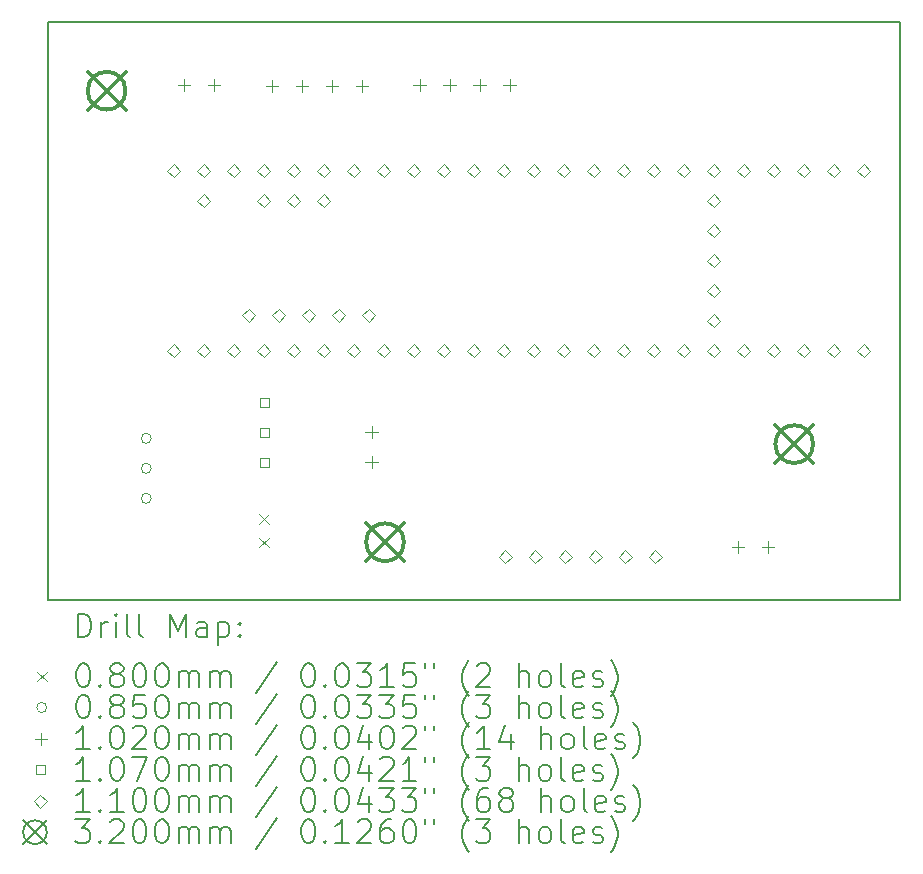
<source format=gbr>
%TF.GenerationSoftware,KiCad,Pcbnew,8.0.0*%
%TF.CreationDate,2024-04-17T16:20:05+02:00*%
%TF.ProjectId,Screen Control,53637265-656e-4204-936f-6e74726f6c2e,rev?*%
%TF.SameCoordinates,Original*%
%TF.FileFunction,Drillmap*%
%TF.FilePolarity,Positive*%
%FSLAX45Y45*%
G04 Gerber Fmt 4.5, Leading zero omitted, Abs format (unit mm)*
G04 Created by KiCad (PCBNEW 8.0.0) date 2024-04-17 16:20:05*
%MOMM*%
%LPD*%
G01*
G04 APERTURE LIST*
%ADD10C,0.200000*%
%ADD11C,0.100000*%
%ADD12C,0.102000*%
%ADD13C,0.107000*%
%ADD14C,0.110000*%
%ADD15C,0.320000*%
G04 APERTURE END LIST*
D10*
X11123930Y-5633720D02*
X18334990Y-5633720D01*
X18334990Y-10523220D01*
X11123930Y-10523220D01*
X11123930Y-5633720D01*
D11*
X12914000Y-9802500D02*
X12994000Y-9882500D01*
X12994000Y-9802500D02*
X12914000Y-9882500D01*
X12914000Y-10002500D02*
X12994000Y-10082500D01*
X12994000Y-10002500D02*
X12914000Y-10082500D01*
X11998660Y-9158820D02*
G75*
G02*
X11913660Y-9158820I-42500J0D01*
G01*
X11913660Y-9158820D02*
G75*
G02*
X11998660Y-9158820I42500J0D01*
G01*
X11998660Y-9412820D02*
G75*
G02*
X11913660Y-9412820I-42500J0D01*
G01*
X11913660Y-9412820D02*
G75*
G02*
X11998660Y-9412820I42500J0D01*
G01*
X11998660Y-9666820D02*
G75*
G02*
X11913660Y-9666820I-42500J0D01*
G01*
X11913660Y-9666820D02*
G75*
G02*
X11998660Y-9666820I42500J0D01*
G01*
D12*
X12275820Y-6113580D02*
X12275820Y-6215580D01*
X12224820Y-6164580D02*
X12326820Y-6164580D01*
X12529820Y-6113580D02*
X12529820Y-6215580D01*
X12478820Y-6164580D02*
X12580820Y-6164580D01*
X13017500Y-6123740D02*
X13017500Y-6225740D01*
X12966500Y-6174740D02*
X13068500Y-6174740D01*
X13271500Y-6123740D02*
X13271500Y-6225740D01*
X13220500Y-6174740D02*
X13322500Y-6174740D01*
X13525500Y-6123740D02*
X13525500Y-6225740D01*
X13474500Y-6174740D02*
X13576500Y-6174740D01*
X13779500Y-6123740D02*
X13779500Y-6225740D01*
X13728500Y-6174740D02*
X13830500Y-6174740D01*
X13863320Y-9057440D02*
X13863320Y-9159440D01*
X13812320Y-9108440D02*
X13914320Y-9108440D01*
X13863320Y-9311440D02*
X13863320Y-9413440D01*
X13812320Y-9362440D02*
X13914320Y-9362440D01*
X14269720Y-6113580D02*
X14269720Y-6215580D01*
X14218720Y-6164580D02*
X14320720Y-6164580D01*
X14523720Y-6113580D02*
X14523720Y-6215580D01*
X14472720Y-6164580D02*
X14574720Y-6164580D01*
X14777720Y-6113580D02*
X14777720Y-6215580D01*
X14726720Y-6164580D02*
X14828720Y-6164580D01*
X15031720Y-6113580D02*
X15031720Y-6215580D01*
X14980720Y-6164580D02*
X15082720Y-6164580D01*
X16967200Y-10025180D02*
X16967200Y-10127180D01*
X16916200Y-10076180D02*
X17018200Y-10076180D01*
X17221200Y-10025180D02*
X17221200Y-10127180D01*
X17170200Y-10076180D02*
X17272200Y-10076180D01*
D13*
X12996911Y-8892271D02*
X12996911Y-8816609D01*
X12921249Y-8816609D01*
X12921249Y-8892271D01*
X12996911Y-8892271D01*
X12996911Y-9146271D02*
X12996911Y-9070609D01*
X12921249Y-9070609D01*
X12921249Y-9146271D01*
X12996911Y-9146271D01*
X12996911Y-9400271D02*
X12996911Y-9324609D01*
X12921249Y-9324609D01*
X12921249Y-9400271D01*
X12996911Y-9400271D01*
D14*
X12190858Y-6948000D02*
X12245858Y-6893000D01*
X12190858Y-6838000D01*
X12135858Y-6893000D01*
X12190858Y-6948000D01*
X12190858Y-8472000D02*
X12245858Y-8417000D01*
X12190858Y-8362000D01*
X12135858Y-8417000D01*
X12190858Y-8472000D01*
X12444858Y-6948000D02*
X12499858Y-6893000D01*
X12444858Y-6838000D01*
X12389858Y-6893000D01*
X12444858Y-6948000D01*
X12444858Y-7202000D02*
X12499858Y-7147000D01*
X12444858Y-7092000D01*
X12389858Y-7147000D01*
X12444858Y-7202000D01*
X12444858Y-8472000D02*
X12499858Y-8417000D01*
X12444858Y-8362000D01*
X12389858Y-8417000D01*
X12444858Y-8472000D01*
X12698858Y-6948000D02*
X12753858Y-6893000D01*
X12698858Y-6838000D01*
X12643858Y-6893000D01*
X12698858Y-6948000D01*
X12698858Y-8472000D02*
X12753858Y-8417000D01*
X12698858Y-8362000D01*
X12643858Y-8417000D01*
X12698858Y-8472000D01*
X12825858Y-8172000D02*
X12880858Y-8117000D01*
X12825858Y-8062000D01*
X12770858Y-8117000D01*
X12825858Y-8172000D01*
X12952858Y-6948000D02*
X13007858Y-6893000D01*
X12952858Y-6838000D01*
X12897858Y-6893000D01*
X12952858Y-6948000D01*
X12952858Y-7202000D02*
X13007858Y-7147000D01*
X12952858Y-7092000D01*
X12897858Y-7147000D01*
X12952858Y-7202000D01*
X12952858Y-8472000D02*
X13007858Y-8417000D01*
X12952858Y-8362000D01*
X12897858Y-8417000D01*
X12952858Y-8472000D01*
X13079858Y-8172000D02*
X13134858Y-8117000D01*
X13079858Y-8062000D01*
X13024858Y-8117000D01*
X13079858Y-8172000D01*
X13206858Y-6948000D02*
X13261858Y-6893000D01*
X13206858Y-6838000D01*
X13151858Y-6893000D01*
X13206858Y-6948000D01*
X13206858Y-7202000D02*
X13261858Y-7147000D01*
X13206858Y-7092000D01*
X13151858Y-7147000D01*
X13206858Y-7202000D01*
X13206858Y-8472000D02*
X13261858Y-8417000D01*
X13206858Y-8362000D01*
X13151858Y-8417000D01*
X13206858Y-8472000D01*
X13333858Y-8172000D02*
X13388858Y-8117000D01*
X13333858Y-8062000D01*
X13278858Y-8117000D01*
X13333858Y-8172000D01*
X13460858Y-6948000D02*
X13515858Y-6893000D01*
X13460858Y-6838000D01*
X13405858Y-6893000D01*
X13460858Y-6948000D01*
X13460858Y-7202000D02*
X13515858Y-7147000D01*
X13460858Y-7092000D01*
X13405858Y-7147000D01*
X13460858Y-7202000D01*
X13460858Y-8472000D02*
X13515858Y-8417000D01*
X13460858Y-8362000D01*
X13405858Y-8417000D01*
X13460858Y-8472000D01*
X13587858Y-8172000D02*
X13642858Y-8117000D01*
X13587858Y-8062000D01*
X13532858Y-8117000D01*
X13587858Y-8172000D01*
X13714858Y-6948000D02*
X13769858Y-6893000D01*
X13714858Y-6838000D01*
X13659858Y-6893000D01*
X13714858Y-6948000D01*
X13714858Y-8472000D02*
X13769858Y-8417000D01*
X13714858Y-8362000D01*
X13659858Y-8417000D01*
X13714858Y-8472000D01*
X13841858Y-8172000D02*
X13896858Y-8117000D01*
X13841858Y-8062000D01*
X13786858Y-8117000D01*
X13841858Y-8172000D01*
X13968858Y-6948000D02*
X14023858Y-6893000D01*
X13968858Y-6838000D01*
X13913858Y-6893000D01*
X13968858Y-6948000D01*
X13968858Y-8472000D02*
X14023858Y-8417000D01*
X13968858Y-8362000D01*
X13913858Y-8417000D01*
X13968858Y-8472000D01*
X14222858Y-6948000D02*
X14277858Y-6893000D01*
X14222858Y-6838000D01*
X14167858Y-6893000D01*
X14222858Y-6948000D01*
X14222858Y-8472000D02*
X14277858Y-8417000D01*
X14222858Y-8362000D01*
X14167858Y-8417000D01*
X14222858Y-8472000D01*
X14476858Y-6948000D02*
X14531858Y-6893000D01*
X14476858Y-6838000D01*
X14421858Y-6893000D01*
X14476858Y-6948000D01*
X14476858Y-8472000D02*
X14531858Y-8417000D01*
X14476858Y-8362000D01*
X14421858Y-8417000D01*
X14476858Y-8472000D01*
X14730858Y-6948000D02*
X14785858Y-6893000D01*
X14730858Y-6838000D01*
X14675858Y-6893000D01*
X14730858Y-6948000D01*
X14730858Y-8472000D02*
X14785858Y-8417000D01*
X14730858Y-8362000D01*
X14675858Y-8417000D01*
X14730858Y-8472000D01*
X14984858Y-6948000D02*
X15039858Y-6893000D01*
X14984858Y-6838000D01*
X14929858Y-6893000D01*
X14984858Y-6948000D01*
X14984858Y-8472000D02*
X15039858Y-8417000D01*
X14984858Y-8362000D01*
X14929858Y-8417000D01*
X14984858Y-8472000D01*
X14993620Y-10217540D02*
X15048620Y-10162540D01*
X14993620Y-10107540D01*
X14938620Y-10162540D01*
X14993620Y-10217540D01*
X15238858Y-6948000D02*
X15293858Y-6893000D01*
X15238858Y-6838000D01*
X15183858Y-6893000D01*
X15238858Y-6948000D01*
X15238858Y-8472000D02*
X15293858Y-8417000D01*
X15238858Y-8362000D01*
X15183858Y-8417000D01*
X15238858Y-8472000D01*
X15247620Y-10217540D02*
X15302620Y-10162540D01*
X15247620Y-10107540D01*
X15192620Y-10162540D01*
X15247620Y-10217540D01*
X15492858Y-6948000D02*
X15547858Y-6893000D01*
X15492858Y-6838000D01*
X15437858Y-6893000D01*
X15492858Y-6948000D01*
X15492858Y-8472000D02*
X15547858Y-8417000D01*
X15492858Y-8362000D01*
X15437858Y-8417000D01*
X15492858Y-8472000D01*
X15501620Y-10217540D02*
X15556620Y-10162540D01*
X15501620Y-10107540D01*
X15446620Y-10162540D01*
X15501620Y-10217540D01*
X15746858Y-6948000D02*
X15801858Y-6893000D01*
X15746858Y-6838000D01*
X15691858Y-6893000D01*
X15746858Y-6948000D01*
X15746858Y-8472000D02*
X15801858Y-8417000D01*
X15746858Y-8362000D01*
X15691858Y-8417000D01*
X15746858Y-8472000D01*
X15755620Y-10217540D02*
X15810620Y-10162540D01*
X15755620Y-10107540D01*
X15700620Y-10162540D01*
X15755620Y-10217540D01*
X16000858Y-6948000D02*
X16055858Y-6893000D01*
X16000858Y-6838000D01*
X15945858Y-6893000D01*
X16000858Y-6948000D01*
X16000858Y-8472000D02*
X16055858Y-8417000D01*
X16000858Y-8362000D01*
X15945858Y-8417000D01*
X16000858Y-8472000D01*
X16009620Y-10217540D02*
X16064620Y-10162540D01*
X16009620Y-10107540D01*
X15954620Y-10162540D01*
X16009620Y-10217540D01*
X16254858Y-6948000D02*
X16309858Y-6893000D01*
X16254858Y-6838000D01*
X16199858Y-6893000D01*
X16254858Y-6948000D01*
X16254858Y-8472000D02*
X16309858Y-8417000D01*
X16254858Y-8362000D01*
X16199858Y-8417000D01*
X16254858Y-8472000D01*
X16263620Y-10217540D02*
X16318620Y-10162540D01*
X16263620Y-10107540D01*
X16208620Y-10162540D01*
X16263620Y-10217540D01*
X16508858Y-6948000D02*
X16563858Y-6893000D01*
X16508858Y-6838000D01*
X16453858Y-6893000D01*
X16508858Y-6948000D01*
X16508858Y-8472000D02*
X16563858Y-8417000D01*
X16508858Y-8362000D01*
X16453858Y-8417000D01*
X16508858Y-8472000D01*
X16762858Y-6948000D02*
X16817858Y-6893000D01*
X16762858Y-6838000D01*
X16707858Y-6893000D01*
X16762858Y-6948000D01*
X16762858Y-7202000D02*
X16817858Y-7147000D01*
X16762858Y-7092000D01*
X16707858Y-7147000D01*
X16762858Y-7202000D01*
X16762858Y-7456000D02*
X16817858Y-7401000D01*
X16762858Y-7346000D01*
X16707858Y-7401000D01*
X16762858Y-7456000D01*
X16762858Y-7710000D02*
X16817858Y-7655000D01*
X16762858Y-7600000D01*
X16707858Y-7655000D01*
X16762858Y-7710000D01*
X16762858Y-7964000D02*
X16817858Y-7909000D01*
X16762858Y-7854000D01*
X16707858Y-7909000D01*
X16762858Y-7964000D01*
X16762858Y-8218000D02*
X16817858Y-8163000D01*
X16762858Y-8108000D01*
X16707858Y-8163000D01*
X16762858Y-8218000D01*
X16762858Y-8472000D02*
X16817858Y-8417000D01*
X16762858Y-8362000D01*
X16707858Y-8417000D01*
X16762858Y-8472000D01*
X17016858Y-6948000D02*
X17071858Y-6893000D01*
X17016858Y-6838000D01*
X16961858Y-6893000D01*
X17016858Y-6948000D01*
X17016858Y-8472000D02*
X17071858Y-8417000D01*
X17016858Y-8362000D01*
X16961858Y-8417000D01*
X17016858Y-8472000D01*
X17270858Y-6948000D02*
X17325858Y-6893000D01*
X17270858Y-6838000D01*
X17215858Y-6893000D01*
X17270858Y-6948000D01*
X17270858Y-8472000D02*
X17325858Y-8417000D01*
X17270858Y-8362000D01*
X17215858Y-8417000D01*
X17270858Y-8472000D01*
X17524858Y-6948000D02*
X17579858Y-6893000D01*
X17524858Y-6838000D01*
X17469858Y-6893000D01*
X17524858Y-6948000D01*
X17524858Y-8472000D02*
X17579858Y-8417000D01*
X17524858Y-8362000D01*
X17469858Y-8417000D01*
X17524858Y-8472000D01*
X17778858Y-6948000D02*
X17833858Y-6893000D01*
X17778858Y-6838000D01*
X17723858Y-6893000D01*
X17778858Y-6948000D01*
X17778858Y-8472000D02*
X17833858Y-8417000D01*
X17778858Y-8362000D01*
X17723858Y-8417000D01*
X17778858Y-8472000D01*
X18032858Y-6948000D02*
X18087858Y-6893000D01*
X18032858Y-6838000D01*
X17977858Y-6893000D01*
X18032858Y-6948000D01*
X18032858Y-8472000D02*
X18087858Y-8417000D01*
X18032858Y-8362000D01*
X17977858Y-8417000D01*
X18032858Y-8472000D01*
D15*
X11460500Y-6055380D02*
X11780500Y-6375380D01*
X11780500Y-6055380D02*
X11460500Y-6375380D01*
X11780500Y-6215380D02*
G75*
G02*
X11460500Y-6215380I-160000J0D01*
G01*
X11460500Y-6215380D02*
G75*
G02*
X11780500Y-6215380I160000J0D01*
G01*
X13817620Y-9878080D02*
X14137620Y-10198080D01*
X14137620Y-9878080D02*
X13817620Y-10198080D01*
X14137620Y-10038080D02*
G75*
G02*
X13817620Y-10038080I-160000J0D01*
G01*
X13817620Y-10038080D02*
G75*
G02*
X14137620Y-10038080I160000J0D01*
G01*
X17282180Y-9047500D02*
X17602180Y-9367500D01*
X17602180Y-9047500D02*
X17282180Y-9367500D01*
X17602180Y-9207500D02*
G75*
G02*
X17282180Y-9207500I-160000J0D01*
G01*
X17282180Y-9207500D02*
G75*
G02*
X17602180Y-9207500I160000J0D01*
G01*
D10*
X11374707Y-10844704D02*
X11374707Y-10644704D01*
X11374707Y-10644704D02*
X11422326Y-10644704D01*
X11422326Y-10644704D02*
X11450897Y-10654228D01*
X11450897Y-10654228D02*
X11469945Y-10673275D01*
X11469945Y-10673275D02*
X11479469Y-10692323D01*
X11479469Y-10692323D02*
X11488992Y-10730418D01*
X11488992Y-10730418D02*
X11488992Y-10758990D01*
X11488992Y-10758990D02*
X11479469Y-10797085D01*
X11479469Y-10797085D02*
X11469945Y-10816132D01*
X11469945Y-10816132D02*
X11450897Y-10835180D01*
X11450897Y-10835180D02*
X11422326Y-10844704D01*
X11422326Y-10844704D02*
X11374707Y-10844704D01*
X11574707Y-10844704D02*
X11574707Y-10711370D01*
X11574707Y-10749466D02*
X11584231Y-10730418D01*
X11584231Y-10730418D02*
X11593754Y-10720894D01*
X11593754Y-10720894D02*
X11612802Y-10711370D01*
X11612802Y-10711370D02*
X11631850Y-10711370D01*
X11698516Y-10844704D02*
X11698516Y-10711370D01*
X11698516Y-10644704D02*
X11688992Y-10654228D01*
X11688992Y-10654228D02*
X11698516Y-10663751D01*
X11698516Y-10663751D02*
X11708040Y-10654228D01*
X11708040Y-10654228D02*
X11698516Y-10644704D01*
X11698516Y-10644704D02*
X11698516Y-10663751D01*
X11822326Y-10844704D02*
X11803278Y-10835180D01*
X11803278Y-10835180D02*
X11793754Y-10816132D01*
X11793754Y-10816132D02*
X11793754Y-10644704D01*
X11927088Y-10844704D02*
X11908040Y-10835180D01*
X11908040Y-10835180D02*
X11898516Y-10816132D01*
X11898516Y-10816132D02*
X11898516Y-10644704D01*
X12155659Y-10844704D02*
X12155659Y-10644704D01*
X12155659Y-10644704D02*
X12222326Y-10787561D01*
X12222326Y-10787561D02*
X12288992Y-10644704D01*
X12288992Y-10644704D02*
X12288992Y-10844704D01*
X12469945Y-10844704D02*
X12469945Y-10739942D01*
X12469945Y-10739942D02*
X12460421Y-10720894D01*
X12460421Y-10720894D02*
X12441373Y-10711370D01*
X12441373Y-10711370D02*
X12403278Y-10711370D01*
X12403278Y-10711370D02*
X12384231Y-10720894D01*
X12469945Y-10835180D02*
X12450897Y-10844704D01*
X12450897Y-10844704D02*
X12403278Y-10844704D01*
X12403278Y-10844704D02*
X12384231Y-10835180D01*
X12384231Y-10835180D02*
X12374707Y-10816132D01*
X12374707Y-10816132D02*
X12374707Y-10797085D01*
X12374707Y-10797085D02*
X12384231Y-10778037D01*
X12384231Y-10778037D02*
X12403278Y-10768513D01*
X12403278Y-10768513D02*
X12450897Y-10768513D01*
X12450897Y-10768513D02*
X12469945Y-10758990D01*
X12565183Y-10711370D02*
X12565183Y-10911370D01*
X12565183Y-10720894D02*
X12584231Y-10711370D01*
X12584231Y-10711370D02*
X12622326Y-10711370D01*
X12622326Y-10711370D02*
X12641373Y-10720894D01*
X12641373Y-10720894D02*
X12650897Y-10730418D01*
X12650897Y-10730418D02*
X12660421Y-10749466D01*
X12660421Y-10749466D02*
X12660421Y-10806609D01*
X12660421Y-10806609D02*
X12650897Y-10825656D01*
X12650897Y-10825656D02*
X12641373Y-10835180D01*
X12641373Y-10835180D02*
X12622326Y-10844704D01*
X12622326Y-10844704D02*
X12584231Y-10844704D01*
X12584231Y-10844704D02*
X12565183Y-10835180D01*
X12746135Y-10825656D02*
X12755659Y-10835180D01*
X12755659Y-10835180D02*
X12746135Y-10844704D01*
X12746135Y-10844704D02*
X12736612Y-10835180D01*
X12736612Y-10835180D02*
X12746135Y-10825656D01*
X12746135Y-10825656D02*
X12746135Y-10844704D01*
X12746135Y-10720894D02*
X12755659Y-10730418D01*
X12755659Y-10730418D02*
X12746135Y-10739942D01*
X12746135Y-10739942D02*
X12736612Y-10730418D01*
X12736612Y-10730418D02*
X12746135Y-10720894D01*
X12746135Y-10720894D02*
X12746135Y-10739942D01*
D11*
X11033930Y-11133220D02*
X11113930Y-11213220D01*
X11113930Y-11133220D02*
X11033930Y-11213220D01*
D10*
X11412802Y-11064704D02*
X11431850Y-11064704D01*
X11431850Y-11064704D02*
X11450897Y-11074228D01*
X11450897Y-11074228D02*
X11460421Y-11083751D01*
X11460421Y-11083751D02*
X11469945Y-11102799D01*
X11469945Y-11102799D02*
X11479469Y-11140894D01*
X11479469Y-11140894D02*
X11479469Y-11188513D01*
X11479469Y-11188513D02*
X11469945Y-11226608D01*
X11469945Y-11226608D02*
X11460421Y-11245656D01*
X11460421Y-11245656D02*
X11450897Y-11255180D01*
X11450897Y-11255180D02*
X11431850Y-11264704D01*
X11431850Y-11264704D02*
X11412802Y-11264704D01*
X11412802Y-11264704D02*
X11393754Y-11255180D01*
X11393754Y-11255180D02*
X11384231Y-11245656D01*
X11384231Y-11245656D02*
X11374707Y-11226608D01*
X11374707Y-11226608D02*
X11365183Y-11188513D01*
X11365183Y-11188513D02*
X11365183Y-11140894D01*
X11365183Y-11140894D02*
X11374707Y-11102799D01*
X11374707Y-11102799D02*
X11384231Y-11083751D01*
X11384231Y-11083751D02*
X11393754Y-11074228D01*
X11393754Y-11074228D02*
X11412802Y-11064704D01*
X11565183Y-11245656D02*
X11574707Y-11255180D01*
X11574707Y-11255180D02*
X11565183Y-11264704D01*
X11565183Y-11264704D02*
X11555659Y-11255180D01*
X11555659Y-11255180D02*
X11565183Y-11245656D01*
X11565183Y-11245656D02*
X11565183Y-11264704D01*
X11688992Y-11150418D02*
X11669945Y-11140894D01*
X11669945Y-11140894D02*
X11660421Y-11131370D01*
X11660421Y-11131370D02*
X11650897Y-11112323D01*
X11650897Y-11112323D02*
X11650897Y-11102799D01*
X11650897Y-11102799D02*
X11660421Y-11083751D01*
X11660421Y-11083751D02*
X11669945Y-11074228D01*
X11669945Y-11074228D02*
X11688992Y-11064704D01*
X11688992Y-11064704D02*
X11727088Y-11064704D01*
X11727088Y-11064704D02*
X11746135Y-11074228D01*
X11746135Y-11074228D02*
X11755659Y-11083751D01*
X11755659Y-11083751D02*
X11765183Y-11102799D01*
X11765183Y-11102799D02*
X11765183Y-11112323D01*
X11765183Y-11112323D02*
X11755659Y-11131370D01*
X11755659Y-11131370D02*
X11746135Y-11140894D01*
X11746135Y-11140894D02*
X11727088Y-11150418D01*
X11727088Y-11150418D02*
X11688992Y-11150418D01*
X11688992Y-11150418D02*
X11669945Y-11159942D01*
X11669945Y-11159942D02*
X11660421Y-11169466D01*
X11660421Y-11169466D02*
X11650897Y-11188513D01*
X11650897Y-11188513D02*
X11650897Y-11226608D01*
X11650897Y-11226608D02*
X11660421Y-11245656D01*
X11660421Y-11245656D02*
X11669945Y-11255180D01*
X11669945Y-11255180D02*
X11688992Y-11264704D01*
X11688992Y-11264704D02*
X11727088Y-11264704D01*
X11727088Y-11264704D02*
X11746135Y-11255180D01*
X11746135Y-11255180D02*
X11755659Y-11245656D01*
X11755659Y-11245656D02*
X11765183Y-11226608D01*
X11765183Y-11226608D02*
X11765183Y-11188513D01*
X11765183Y-11188513D02*
X11755659Y-11169466D01*
X11755659Y-11169466D02*
X11746135Y-11159942D01*
X11746135Y-11159942D02*
X11727088Y-11150418D01*
X11888992Y-11064704D02*
X11908040Y-11064704D01*
X11908040Y-11064704D02*
X11927088Y-11074228D01*
X11927088Y-11074228D02*
X11936612Y-11083751D01*
X11936612Y-11083751D02*
X11946135Y-11102799D01*
X11946135Y-11102799D02*
X11955659Y-11140894D01*
X11955659Y-11140894D02*
X11955659Y-11188513D01*
X11955659Y-11188513D02*
X11946135Y-11226608D01*
X11946135Y-11226608D02*
X11936612Y-11245656D01*
X11936612Y-11245656D02*
X11927088Y-11255180D01*
X11927088Y-11255180D02*
X11908040Y-11264704D01*
X11908040Y-11264704D02*
X11888992Y-11264704D01*
X11888992Y-11264704D02*
X11869945Y-11255180D01*
X11869945Y-11255180D02*
X11860421Y-11245656D01*
X11860421Y-11245656D02*
X11850897Y-11226608D01*
X11850897Y-11226608D02*
X11841373Y-11188513D01*
X11841373Y-11188513D02*
X11841373Y-11140894D01*
X11841373Y-11140894D02*
X11850897Y-11102799D01*
X11850897Y-11102799D02*
X11860421Y-11083751D01*
X11860421Y-11083751D02*
X11869945Y-11074228D01*
X11869945Y-11074228D02*
X11888992Y-11064704D01*
X12079469Y-11064704D02*
X12098516Y-11064704D01*
X12098516Y-11064704D02*
X12117564Y-11074228D01*
X12117564Y-11074228D02*
X12127088Y-11083751D01*
X12127088Y-11083751D02*
X12136612Y-11102799D01*
X12136612Y-11102799D02*
X12146135Y-11140894D01*
X12146135Y-11140894D02*
X12146135Y-11188513D01*
X12146135Y-11188513D02*
X12136612Y-11226608D01*
X12136612Y-11226608D02*
X12127088Y-11245656D01*
X12127088Y-11245656D02*
X12117564Y-11255180D01*
X12117564Y-11255180D02*
X12098516Y-11264704D01*
X12098516Y-11264704D02*
X12079469Y-11264704D01*
X12079469Y-11264704D02*
X12060421Y-11255180D01*
X12060421Y-11255180D02*
X12050897Y-11245656D01*
X12050897Y-11245656D02*
X12041373Y-11226608D01*
X12041373Y-11226608D02*
X12031850Y-11188513D01*
X12031850Y-11188513D02*
X12031850Y-11140894D01*
X12031850Y-11140894D02*
X12041373Y-11102799D01*
X12041373Y-11102799D02*
X12050897Y-11083751D01*
X12050897Y-11083751D02*
X12060421Y-11074228D01*
X12060421Y-11074228D02*
X12079469Y-11064704D01*
X12231850Y-11264704D02*
X12231850Y-11131370D01*
X12231850Y-11150418D02*
X12241373Y-11140894D01*
X12241373Y-11140894D02*
X12260421Y-11131370D01*
X12260421Y-11131370D02*
X12288993Y-11131370D01*
X12288993Y-11131370D02*
X12308040Y-11140894D01*
X12308040Y-11140894D02*
X12317564Y-11159942D01*
X12317564Y-11159942D02*
X12317564Y-11264704D01*
X12317564Y-11159942D02*
X12327088Y-11140894D01*
X12327088Y-11140894D02*
X12346135Y-11131370D01*
X12346135Y-11131370D02*
X12374707Y-11131370D01*
X12374707Y-11131370D02*
X12393754Y-11140894D01*
X12393754Y-11140894D02*
X12403278Y-11159942D01*
X12403278Y-11159942D02*
X12403278Y-11264704D01*
X12498516Y-11264704D02*
X12498516Y-11131370D01*
X12498516Y-11150418D02*
X12508040Y-11140894D01*
X12508040Y-11140894D02*
X12527088Y-11131370D01*
X12527088Y-11131370D02*
X12555659Y-11131370D01*
X12555659Y-11131370D02*
X12574707Y-11140894D01*
X12574707Y-11140894D02*
X12584231Y-11159942D01*
X12584231Y-11159942D02*
X12584231Y-11264704D01*
X12584231Y-11159942D02*
X12593754Y-11140894D01*
X12593754Y-11140894D02*
X12612802Y-11131370D01*
X12612802Y-11131370D02*
X12641373Y-11131370D01*
X12641373Y-11131370D02*
X12660421Y-11140894D01*
X12660421Y-11140894D02*
X12669945Y-11159942D01*
X12669945Y-11159942D02*
X12669945Y-11264704D01*
X13060421Y-11055180D02*
X12888993Y-11312323D01*
X13317564Y-11064704D02*
X13336612Y-11064704D01*
X13336612Y-11064704D02*
X13355659Y-11074228D01*
X13355659Y-11074228D02*
X13365183Y-11083751D01*
X13365183Y-11083751D02*
X13374707Y-11102799D01*
X13374707Y-11102799D02*
X13384231Y-11140894D01*
X13384231Y-11140894D02*
X13384231Y-11188513D01*
X13384231Y-11188513D02*
X13374707Y-11226608D01*
X13374707Y-11226608D02*
X13365183Y-11245656D01*
X13365183Y-11245656D02*
X13355659Y-11255180D01*
X13355659Y-11255180D02*
X13336612Y-11264704D01*
X13336612Y-11264704D02*
X13317564Y-11264704D01*
X13317564Y-11264704D02*
X13298516Y-11255180D01*
X13298516Y-11255180D02*
X13288993Y-11245656D01*
X13288993Y-11245656D02*
X13279469Y-11226608D01*
X13279469Y-11226608D02*
X13269945Y-11188513D01*
X13269945Y-11188513D02*
X13269945Y-11140894D01*
X13269945Y-11140894D02*
X13279469Y-11102799D01*
X13279469Y-11102799D02*
X13288993Y-11083751D01*
X13288993Y-11083751D02*
X13298516Y-11074228D01*
X13298516Y-11074228D02*
X13317564Y-11064704D01*
X13469945Y-11245656D02*
X13479469Y-11255180D01*
X13479469Y-11255180D02*
X13469945Y-11264704D01*
X13469945Y-11264704D02*
X13460421Y-11255180D01*
X13460421Y-11255180D02*
X13469945Y-11245656D01*
X13469945Y-11245656D02*
X13469945Y-11264704D01*
X13603278Y-11064704D02*
X13622326Y-11064704D01*
X13622326Y-11064704D02*
X13641374Y-11074228D01*
X13641374Y-11074228D02*
X13650897Y-11083751D01*
X13650897Y-11083751D02*
X13660421Y-11102799D01*
X13660421Y-11102799D02*
X13669945Y-11140894D01*
X13669945Y-11140894D02*
X13669945Y-11188513D01*
X13669945Y-11188513D02*
X13660421Y-11226608D01*
X13660421Y-11226608D02*
X13650897Y-11245656D01*
X13650897Y-11245656D02*
X13641374Y-11255180D01*
X13641374Y-11255180D02*
X13622326Y-11264704D01*
X13622326Y-11264704D02*
X13603278Y-11264704D01*
X13603278Y-11264704D02*
X13584231Y-11255180D01*
X13584231Y-11255180D02*
X13574707Y-11245656D01*
X13574707Y-11245656D02*
X13565183Y-11226608D01*
X13565183Y-11226608D02*
X13555659Y-11188513D01*
X13555659Y-11188513D02*
X13555659Y-11140894D01*
X13555659Y-11140894D02*
X13565183Y-11102799D01*
X13565183Y-11102799D02*
X13574707Y-11083751D01*
X13574707Y-11083751D02*
X13584231Y-11074228D01*
X13584231Y-11074228D02*
X13603278Y-11064704D01*
X13736612Y-11064704D02*
X13860421Y-11064704D01*
X13860421Y-11064704D02*
X13793755Y-11140894D01*
X13793755Y-11140894D02*
X13822326Y-11140894D01*
X13822326Y-11140894D02*
X13841374Y-11150418D01*
X13841374Y-11150418D02*
X13850897Y-11159942D01*
X13850897Y-11159942D02*
X13860421Y-11178990D01*
X13860421Y-11178990D02*
X13860421Y-11226608D01*
X13860421Y-11226608D02*
X13850897Y-11245656D01*
X13850897Y-11245656D02*
X13841374Y-11255180D01*
X13841374Y-11255180D02*
X13822326Y-11264704D01*
X13822326Y-11264704D02*
X13765183Y-11264704D01*
X13765183Y-11264704D02*
X13746136Y-11255180D01*
X13746136Y-11255180D02*
X13736612Y-11245656D01*
X14050897Y-11264704D02*
X13936612Y-11264704D01*
X13993755Y-11264704D02*
X13993755Y-11064704D01*
X13993755Y-11064704D02*
X13974707Y-11093275D01*
X13974707Y-11093275D02*
X13955659Y-11112323D01*
X13955659Y-11112323D02*
X13936612Y-11121847D01*
X14231850Y-11064704D02*
X14136612Y-11064704D01*
X14136612Y-11064704D02*
X14127088Y-11159942D01*
X14127088Y-11159942D02*
X14136612Y-11150418D01*
X14136612Y-11150418D02*
X14155659Y-11140894D01*
X14155659Y-11140894D02*
X14203278Y-11140894D01*
X14203278Y-11140894D02*
X14222326Y-11150418D01*
X14222326Y-11150418D02*
X14231850Y-11159942D01*
X14231850Y-11159942D02*
X14241374Y-11178990D01*
X14241374Y-11178990D02*
X14241374Y-11226608D01*
X14241374Y-11226608D02*
X14231850Y-11245656D01*
X14231850Y-11245656D02*
X14222326Y-11255180D01*
X14222326Y-11255180D02*
X14203278Y-11264704D01*
X14203278Y-11264704D02*
X14155659Y-11264704D01*
X14155659Y-11264704D02*
X14136612Y-11255180D01*
X14136612Y-11255180D02*
X14127088Y-11245656D01*
X14317564Y-11064704D02*
X14317564Y-11102799D01*
X14393755Y-11064704D02*
X14393755Y-11102799D01*
X14688993Y-11340894D02*
X14679469Y-11331370D01*
X14679469Y-11331370D02*
X14660421Y-11302799D01*
X14660421Y-11302799D02*
X14650898Y-11283751D01*
X14650898Y-11283751D02*
X14641374Y-11255180D01*
X14641374Y-11255180D02*
X14631850Y-11207561D01*
X14631850Y-11207561D02*
X14631850Y-11169466D01*
X14631850Y-11169466D02*
X14641374Y-11121847D01*
X14641374Y-11121847D02*
X14650898Y-11093275D01*
X14650898Y-11093275D02*
X14660421Y-11074228D01*
X14660421Y-11074228D02*
X14679469Y-11045656D01*
X14679469Y-11045656D02*
X14688993Y-11036132D01*
X14755659Y-11083751D02*
X14765183Y-11074228D01*
X14765183Y-11074228D02*
X14784231Y-11064704D01*
X14784231Y-11064704D02*
X14831850Y-11064704D01*
X14831850Y-11064704D02*
X14850898Y-11074228D01*
X14850898Y-11074228D02*
X14860421Y-11083751D01*
X14860421Y-11083751D02*
X14869945Y-11102799D01*
X14869945Y-11102799D02*
X14869945Y-11121847D01*
X14869945Y-11121847D02*
X14860421Y-11150418D01*
X14860421Y-11150418D02*
X14746136Y-11264704D01*
X14746136Y-11264704D02*
X14869945Y-11264704D01*
X15108040Y-11264704D02*
X15108040Y-11064704D01*
X15193755Y-11264704D02*
X15193755Y-11159942D01*
X15193755Y-11159942D02*
X15184231Y-11140894D01*
X15184231Y-11140894D02*
X15165183Y-11131370D01*
X15165183Y-11131370D02*
X15136612Y-11131370D01*
X15136612Y-11131370D02*
X15117564Y-11140894D01*
X15117564Y-11140894D02*
X15108040Y-11150418D01*
X15317564Y-11264704D02*
X15298517Y-11255180D01*
X15298517Y-11255180D02*
X15288993Y-11245656D01*
X15288993Y-11245656D02*
X15279469Y-11226608D01*
X15279469Y-11226608D02*
X15279469Y-11169466D01*
X15279469Y-11169466D02*
X15288993Y-11150418D01*
X15288993Y-11150418D02*
X15298517Y-11140894D01*
X15298517Y-11140894D02*
X15317564Y-11131370D01*
X15317564Y-11131370D02*
X15346136Y-11131370D01*
X15346136Y-11131370D02*
X15365183Y-11140894D01*
X15365183Y-11140894D02*
X15374707Y-11150418D01*
X15374707Y-11150418D02*
X15384231Y-11169466D01*
X15384231Y-11169466D02*
X15384231Y-11226608D01*
X15384231Y-11226608D02*
X15374707Y-11245656D01*
X15374707Y-11245656D02*
X15365183Y-11255180D01*
X15365183Y-11255180D02*
X15346136Y-11264704D01*
X15346136Y-11264704D02*
X15317564Y-11264704D01*
X15498517Y-11264704D02*
X15479469Y-11255180D01*
X15479469Y-11255180D02*
X15469945Y-11236132D01*
X15469945Y-11236132D02*
X15469945Y-11064704D01*
X15650898Y-11255180D02*
X15631850Y-11264704D01*
X15631850Y-11264704D02*
X15593755Y-11264704D01*
X15593755Y-11264704D02*
X15574707Y-11255180D01*
X15574707Y-11255180D02*
X15565183Y-11236132D01*
X15565183Y-11236132D02*
X15565183Y-11159942D01*
X15565183Y-11159942D02*
X15574707Y-11140894D01*
X15574707Y-11140894D02*
X15593755Y-11131370D01*
X15593755Y-11131370D02*
X15631850Y-11131370D01*
X15631850Y-11131370D02*
X15650898Y-11140894D01*
X15650898Y-11140894D02*
X15660421Y-11159942D01*
X15660421Y-11159942D02*
X15660421Y-11178990D01*
X15660421Y-11178990D02*
X15565183Y-11198037D01*
X15736612Y-11255180D02*
X15755660Y-11264704D01*
X15755660Y-11264704D02*
X15793755Y-11264704D01*
X15793755Y-11264704D02*
X15812802Y-11255180D01*
X15812802Y-11255180D02*
X15822326Y-11236132D01*
X15822326Y-11236132D02*
X15822326Y-11226608D01*
X15822326Y-11226608D02*
X15812802Y-11207561D01*
X15812802Y-11207561D02*
X15793755Y-11198037D01*
X15793755Y-11198037D02*
X15765183Y-11198037D01*
X15765183Y-11198037D02*
X15746136Y-11188513D01*
X15746136Y-11188513D02*
X15736612Y-11169466D01*
X15736612Y-11169466D02*
X15736612Y-11159942D01*
X15736612Y-11159942D02*
X15746136Y-11140894D01*
X15746136Y-11140894D02*
X15765183Y-11131370D01*
X15765183Y-11131370D02*
X15793755Y-11131370D01*
X15793755Y-11131370D02*
X15812802Y-11140894D01*
X15888993Y-11340894D02*
X15898517Y-11331370D01*
X15898517Y-11331370D02*
X15917564Y-11302799D01*
X15917564Y-11302799D02*
X15927088Y-11283751D01*
X15927088Y-11283751D02*
X15936612Y-11255180D01*
X15936612Y-11255180D02*
X15946136Y-11207561D01*
X15946136Y-11207561D02*
X15946136Y-11169466D01*
X15946136Y-11169466D02*
X15936612Y-11121847D01*
X15936612Y-11121847D02*
X15927088Y-11093275D01*
X15927088Y-11093275D02*
X15917564Y-11074228D01*
X15917564Y-11074228D02*
X15898517Y-11045656D01*
X15898517Y-11045656D02*
X15888993Y-11036132D01*
D11*
X11113930Y-11437220D02*
G75*
G02*
X11028930Y-11437220I-42500J0D01*
G01*
X11028930Y-11437220D02*
G75*
G02*
X11113930Y-11437220I42500J0D01*
G01*
D10*
X11412802Y-11328704D02*
X11431850Y-11328704D01*
X11431850Y-11328704D02*
X11450897Y-11338228D01*
X11450897Y-11338228D02*
X11460421Y-11347751D01*
X11460421Y-11347751D02*
X11469945Y-11366799D01*
X11469945Y-11366799D02*
X11479469Y-11404894D01*
X11479469Y-11404894D02*
X11479469Y-11452513D01*
X11479469Y-11452513D02*
X11469945Y-11490608D01*
X11469945Y-11490608D02*
X11460421Y-11509656D01*
X11460421Y-11509656D02*
X11450897Y-11519180D01*
X11450897Y-11519180D02*
X11431850Y-11528704D01*
X11431850Y-11528704D02*
X11412802Y-11528704D01*
X11412802Y-11528704D02*
X11393754Y-11519180D01*
X11393754Y-11519180D02*
X11384231Y-11509656D01*
X11384231Y-11509656D02*
X11374707Y-11490608D01*
X11374707Y-11490608D02*
X11365183Y-11452513D01*
X11365183Y-11452513D02*
X11365183Y-11404894D01*
X11365183Y-11404894D02*
X11374707Y-11366799D01*
X11374707Y-11366799D02*
X11384231Y-11347751D01*
X11384231Y-11347751D02*
X11393754Y-11338228D01*
X11393754Y-11338228D02*
X11412802Y-11328704D01*
X11565183Y-11509656D02*
X11574707Y-11519180D01*
X11574707Y-11519180D02*
X11565183Y-11528704D01*
X11565183Y-11528704D02*
X11555659Y-11519180D01*
X11555659Y-11519180D02*
X11565183Y-11509656D01*
X11565183Y-11509656D02*
X11565183Y-11528704D01*
X11688992Y-11414418D02*
X11669945Y-11404894D01*
X11669945Y-11404894D02*
X11660421Y-11395370D01*
X11660421Y-11395370D02*
X11650897Y-11376323D01*
X11650897Y-11376323D02*
X11650897Y-11366799D01*
X11650897Y-11366799D02*
X11660421Y-11347751D01*
X11660421Y-11347751D02*
X11669945Y-11338228D01*
X11669945Y-11338228D02*
X11688992Y-11328704D01*
X11688992Y-11328704D02*
X11727088Y-11328704D01*
X11727088Y-11328704D02*
X11746135Y-11338228D01*
X11746135Y-11338228D02*
X11755659Y-11347751D01*
X11755659Y-11347751D02*
X11765183Y-11366799D01*
X11765183Y-11366799D02*
X11765183Y-11376323D01*
X11765183Y-11376323D02*
X11755659Y-11395370D01*
X11755659Y-11395370D02*
X11746135Y-11404894D01*
X11746135Y-11404894D02*
X11727088Y-11414418D01*
X11727088Y-11414418D02*
X11688992Y-11414418D01*
X11688992Y-11414418D02*
X11669945Y-11423942D01*
X11669945Y-11423942D02*
X11660421Y-11433466D01*
X11660421Y-11433466D02*
X11650897Y-11452513D01*
X11650897Y-11452513D02*
X11650897Y-11490608D01*
X11650897Y-11490608D02*
X11660421Y-11509656D01*
X11660421Y-11509656D02*
X11669945Y-11519180D01*
X11669945Y-11519180D02*
X11688992Y-11528704D01*
X11688992Y-11528704D02*
X11727088Y-11528704D01*
X11727088Y-11528704D02*
X11746135Y-11519180D01*
X11746135Y-11519180D02*
X11755659Y-11509656D01*
X11755659Y-11509656D02*
X11765183Y-11490608D01*
X11765183Y-11490608D02*
X11765183Y-11452513D01*
X11765183Y-11452513D02*
X11755659Y-11433466D01*
X11755659Y-11433466D02*
X11746135Y-11423942D01*
X11746135Y-11423942D02*
X11727088Y-11414418D01*
X11946135Y-11328704D02*
X11850897Y-11328704D01*
X11850897Y-11328704D02*
X11841373Y-11423942D01*
X11841373Y-11423942D02*
X11850897Y-11414418D01*
X11850897Y-11414418D02*
X11869945Y-11404894D01*
X11869945Y-11404894D02*
X11917564Y-11404894D01*
X11917564Y-11404894D02*
X11936612Y-11414418D01*
X11936612Y-11414418D02*
X11946135Y-11423942D01*
X11946135Y-11423942D02*
X11955659Y-11442989D01*
X11955659Y-11442989D02*
X11955659Y-11490608D01*
X11955659Y-11490608D02*
X11946135Y-11509656D01*
X11946135Y-11509656D02*
X11936612Y-11519180D01*
X11936612Y-11519180D02*
X11917564Y-11528704D01*
X11917564Y-11528704D02*
X11869945Y-11528704D01*
X11869945Y-11528704D02*
X11850897Y-11519180D01*
X11850897Y-11519180D02*
X11841373Y-11509656D01*
X12079469Y-11328704D02*
X12098516Y-11328704D01*
X12098516Y-11328704D02*
X12117564Y-11338228D01*
X12117564Y-11338228D02*
X12127088Y-11347751D01*
X12127088Y-11347751D02*
X12136612Y-11366799D01*
X12136612Y-11366799D02*
X12146135Y-11404894D01*
X12146135Y-11404894D02*
X12146135Y-11452513D01*
X12146135Y-11452513D02*
X12136612Y-11490608D01*
X12136612Y-11490608D02*
X12127088Y-11509656D01*
X12127088Y-11509656D02*
X12117564Y-11519180D01*
X12117564Y-11519180D02*
X12098516Y-11528704D01*
X12098516Y-11528704D02*
X12079469Y-11528704D01*
X12079469Y-11528704D02*
X12060421Y-11519180D01*
X12060421Y-11519180D02*
X12050897Y-11509656D01*
X12050897Y-11509656D02*
X12041373Y-11490608D01*
X12041373Y-11490608D02*
X12031850Y-11452513D01*
X12031850Y-11452513D02*
X12031850Y-11404894D01*
X12031850Y-11404894D02*
X12041373Y-11366799D01*
X12041373Y-11366799D02*
X12050897Y-11347751D01*
X12050897Y-11347751D02*
X12060421Y-11338228D01*
X12060421Y-11338228D02*
X12079469Y-11328704D01*
X12231850Y-11528704D02*
X12231850Y-11395370D01*
X12231850Y-11414418D02*
X12241373Y-11404894D01*
X12241373Y-11404894D02*
X12260421Y-11395370D01*
X12260421Y-11395370D02*
X12288993Y-11395370D01*
X12288993Y-11395370D02*
X12308040Y-11404894D01*
X12308040Y-11404894D02*
X12317564Y-11423942D01*
X12317564Y-11423942D02*
X12317564Y-11528704D01*
X12317564Y-11423942D02*
X12327088Y-11404894D01*
X12327088Y-11404894D02*
X12346135Y-11395370D01*
X12346135Y-11395370D02*
X12374707Y-11395370D01*
X12374707Y-11395370D02*
X12393754Y-11404894D01*
X12393754Y-11404894D02*
X12403278Y-11423942D01*
X12403278Y-11423942D02*
X12403278Y-11528704D01*
X12498516Y-11528704D02*
X12498516Y-11395370D01*
X12498516Y-11414418D02*
X12508040Y-11404894D01*
X12508040Y-11404894D02*
X12527088Y-11395370D01*
X12527088Y-11395370D02*
X12555659Y-11395370D01*
X12555659Y-11395370D02*
X12574707Y-11404894D01*
X12574707Y-11404894D02*
X12584231Y-11423942D01*
X12584231Y-11423942D02*
X12584231Y-11528704D01*
X12584231Y-11423942D02*
X12593754Y-11404894D01*
X12593754Y-11404894D02*
X12612802Y-11395370D01*
X12612802Y-11395370D02*
X12641373Y-11395370D01*
X12641373Y-11395370D02*
X12660421Y-11404894D01*
X12660421Y-11404894D02*
X12669945Y-11423942D01*
X12669945Y-11423942D02*
X12669945Y-11528704D01*
X13060421Y-11319180D02*
X12888993Y-11576323D01*
X13317564Y-11328704D02*
X13336612Y-11328704D01*
X13336612Y-11328704D02*
X13355659Y-11338228D01*
X13355659Y-11338228D02*
X13365183Y-11347751D01*
X13365183Y-11347751D02*
X13374707Y-11366799D01*
X13374707Y-11366799D02*
X13384231Y-11404894D01*
X13384231Y-11404894D02*
X13384231Y-11452513D01*
X13384231Y-11452513D02*
X13374707Y-11490608D01*
X13374707Y-11490608D02*
X13365183Y-11509656D01*
X13365183Y-11509656D02*
X13355659Y-11519180D01*
X13355659Y-11519180D02*
X13336612Y-11528704D01*
X13336612Y-11528704D02*
X13317564Y-11528704D01*
X13317564Y-11528704D02*
X13298516Y-11519180D01*
X13298516Y-11519180D02*
X13288993Y-11509656D01*
X13288993Y-11509656D02*
X13279469Y-11490608D01*
X13279469Y-11490608D02*
X13269945Y-11452513D01*
X13269945Y-11452513D02*
X13269945Y-11404894D01*
X13269945Y-11404894D02*
X13279469Y-11366799D01*
X13279469Y-11366799D02*
X13288993Y-11347751D01*
X13288993Y-11347751D02*
X13298516Y-11338228D01*
X13298516Y-11338228D02*
X13317564Y-11328704D01*
X13469945Y-11509656D02*
X13479469Y-11519180D01*
X13479469Y-11519180D02*
X13469945Y-11528704D01*
X13469945Y-11528704D02*
X13460421Y-11519180D01*
X13460421Y-11519180D02*
X13469945Y-11509656D01*
X13469945Y-11509656D02*
X13469945Y-11528704D01*
X13603278Y-11328704D02*
X13622326Y-11328704D01*
X13622326Y-11328704D02*
X13641374Y-11338228D01*
X13641374Y-11338228D02*
X13650897Y-11347751D01*
X13650897Y-11347751D02*
X13660421Y-11366799D01*
X13660421Y-11366799D02*
X13669945Y-11404894D01*
X13669945Y-11404894D02*
X13669945Y-11452513D01*
X13669945Y-11452513D02*
X13660421Y-11490608D01*
X13660421Y-11490608D02*
X13650897Y-11509656D01*
X13650897Y-11509656D02*
X13641374Y-11519180D01*
X13641374Y-11519180D02*
X13622326Y-11528704D01*
X13622326Y-11528704D02*
X13603278Y-11528704D01*
X13603278Y-11528704D02*
X13584231Y-11519180D01*
X13584231Y-11519180D02*
X13574707Y-11509656D01*
X13574707Y-11509656D02*
X13565183Y-11490608D01*
X13565183Y-11490608D02*
X13555659Y-11452513D01*
X13555659Y-11452513D02*
X13555659Y-11404894D01*
X13555659Y-11404894D02*
X13565183Y-11366799D01*
X13565183Y-11366799D02*
X13574707Y-11347751D01*
X13574707Y-11347751D02*
X13584231Y-11338228D01*
X13584231Y-11338228D02*
X13603278Y-11328704D01*
X13736612Y-11328704D02*
X13860421Y-11328704D01*
X13860421Y-11328704D02*
X13793755Y-11404894D01*
X13793755Y-11404894D02*
X13822326Y-11404894D01*
X13822326Y-11404894D02*
X13841374Y-11414418D01*
X13841374Y-11414418D02*
X13850897Y-11423942D01*
X13850897Y-11423942D02*
X13860421Y-11442989D01*
X13860421Y-11442989D02*
X13860421Y-11490608D01*
X13860421Y-11490608D02*
X13850897Y-11509656D01*
X13850897Y-11509656D02*
X13841374Y-11519180D01*
X13841374Y-11519180D02*
X13822326Y-11528704D01*
X13822326Y-11528704D02*
X13765183Y-11528704D01*
X13765183Y-11528704D02*
X13746136Y-11519180D01*
X13746136Y-11519180D02*
X13736612Y-11509656D01*
X13927088Y-11328704D02*
X14050897Y-11328704D01*
X14050897Y-11328704D02*
X13984231Y-11404894D01*
X13984231Y-11404894D02*
X14012802Y-11404894D01*
X14012802Y-11404894D02*
X14031850Y-11414418D01*
X14031850Y-11414418D02*
X14041374Y-11423942D01*
X14041374Y-11423942D02*
X14050897Y-11442989D01*
X14050897Y-11442989D02*
X14050897Y-11490608D01*
X14050897Y-11490608D02*
X14041374Y-11509656D01*
X14041374Y-11509656D02*
X14031850Y-11519180D01*
X14031850Y-11519180D02*
X14012802Y-11528704D01*
X14012802Y-11528704D02*
X13955659Y-11528704D01*
X13955659Y-11528704D02*
X13936612Y-11519180D01*
X13936612Y-11519180D02*
X13927088Y-11509656D01*
X14231850Y-11328704D02*
X14136612Y-11328704D01*
X14136612Y-11328704D02*
X14127088Y-11423942D01*
X14127088Y-11423942D02*
X14136612Y-11414418D01*
X14136612Y-11414418D02*
X14155659Y-11404894D01*
X14155659Y-11404894D02*
X14203278Y-11404894D01*
X14203278Y-11404894D02*
X14222326Y-11414418D01*
X14222326Y-11414418D02*
X14231850Y-11423942D01*
X14231850Y-11423942D02*
X14241374Y-11442989D01*
X14241374Y-11442989D02*
X14241374Y-11490608D01*
X14241374Y-11490608D02*
X14231850Y-11509656D01*
X14231850Y-11509656D02*
X14222326Y-11519180D01*
X14222326Y-11519180D02*
X14203278Y-11528704D01*
X14203278Y-11528704D02*
X14155659Y-11528704D01*
X14155659Y-11528704D02*
X14136612Y-11519180D01*
X14136612Y-11519180D02*
X14127088Y-11509656D01*
X14317564Y-11328704D02*
X14317564Y-11366799D01*
X14393755Y-11328704D02*
X14393755Y-11366799D01*
X14688993Y-11604894D02*
X14679469Y-11595370D01*
X14679469Y-11595370D02*
X14660421Y-11566799D01*
X14660421Y-11566799D02*
X14650898Y-11547751D01*
X14650898Y-11547751D02*
X14641374Y-11519180D01*
X14641374Y-11519180D02*
X14631850Y-11471561D01*
X14631850Y-11471561D02*
X14631850Y-11433466D01*
X14631850Y-11433466D02*
X14641374Y-11385847D01*
X14641374Y-11385847D02*
X14650898Y-11357275D01*
X14650898Y-11357275D02*
X14660421Y-11338228D01*
X14660421Y-11338228D02*
X14679469Y-11309656D01*
X14679469Y-11309656D02*
X14688993Y-11300132D01*
X14746136Y-11328704D02*
X14869945Y-11328704D01*
X14869945Y-11328704D02*
X14803278Y-11404894D01*
X14803278Y-11404894D02*
X14831850Y-11404894D01*
X14831850Y-11404894D02*
X14850898Y-11414418D01*
X14850898Y-11414418D02*
X14860421Y-11423942D01*
X14860421Y-11423942D02*
X14869945Y-11442989D01*
X14869945Y-11442989D02*
X14869945Y-11490608D01*
X14869945Y-11490608D02*
X14860421Y-11509656D01*
X14860421Y-11509656D02*
X14850898Y-11519180D01*
X14850898Y-11519180D02*
X14831850Y-11528704D01*
X14831850Y-11528704D02*
X14774707Y-11528704D01*
X14774707Y-11528704D02*
X14755659Y-11519180D01*
X14755659Y-11519180D02*
X14746136Y-11509656D01*
X15108040Y-11528704D02*
X15108040Y-11328704D01*
X15193755Y-11528704D02*
X15193755Y-11423942D01*
X15193755Y-11423942D02*
X15184231Y-11404894D01*
X15184231Y-11404894D02*
X15165183Y-11395370D01*
X15165183Y-11395370D02*
X15136612Y-11395370D01*
X15136612Y-11395370D02*
X15117564Y-11404894D01*
X15117564Y-11404894D02*
X15108040Y-11414418D01*
X15317564Y-11528704D02*
X15298517Y-11519180D01*
X15298517Y-11519180D02*
X15288993Y-11509656D01*
X15288993Y-11509656D02*
X15279469Y-11490608D01*
X15279469Y-11490608D02*
X15279469Y-11433466D01*
X15279469Y-11433466D02*
X15288993Y-11414418D01*
X15288993Y-11414418D02*
X15298517Y-11404894D01*
X15298517Y-11404894D02*
X15317564Y-11395370D01*
X15317564Y-11395370D02*
X15346136Y-11395370D01*
X15346136Y-11395370D02*
X15365183Y-11404894D01*
X15365183Y-11404894D02*
X15374707Y-11414418D01*
X15374707Y-11414418D02*
X15384231Y-11433466D01*
X15384231Y-11433466D02*
X15384231Y-11490608D01*
X15384231Y-11490608D02*
X15374707Y-11509656D01*
X15374707Y-11509656D02*
X15365183Y-11519180D01*
X15365183Y-11519180D02*
X15346136Y-11528704D01*
X15346136Y-11528704D02*
X15317564Y-11528704D01*
X15498517Y-11528704D02*
X15479469Y-11519180D01*
X15479469Y-11519180D02*
X15469945Y-11500132D01*
X15469945Y-11500132D02*
X15469945Y-11328704D01*
X15650898Y-11519180D02*
X15631850Y-11528704D01*
X15631850Y-11528704D02*
X15593755Y-11528704D01*
X15593755Y-11528704D02*
X15574707Y-11519180D01*
X15574707Y-11519180D02*
X15565183Y-11500132D01*
X15565183Y-11500132D02*
X15565183Y-11423942D01*
X15565183Y-11423942D02*
X15574707Y-11404894D01*
X15574707Y-11404894D02*
X15593755Y-11395370D01*
X15593755Y-11395370D02*
X15631850Y-11395370D01*
X15631850Y-11395370D02*
X15650898Y-11404894D01*
X15650898Y-11404894D02*
X15660421Y-11423942D01*
X15660421Y-11423942D02*
X15660421Y-11442989D01*
X15660421Y-11442989D02*
X15565183Y-11462037D01*
X15736612Y-11519180D02*
X15755660Y-11528704D01*
X15755660Y-11528704D02*
X15793755Y-11528704D01*
X15793755Y-11528704D02*
X15812802Y-11519180D01*
X15812802Y-11519180D02*
X15822326Y-11500132D01*
X15822326Y-11500132D02*
X15822326Y-11490608D01*
X15822326Y-11490608D02*
X15812802Y-11471561D01*
X15812802Y-11471561D02*
X15793755Y-11462037D01*
X15793755Y-11462037D02*
X15765183Y-11462037D01*
X15765183Y-11462037D02*
X15746136Y-11452513D01*
X15746136Y-11452513D02*
X15736612Y-11433466D01*
X15736612Y-11433466D02*
X15736612Y-11423942D01*
X15736612Y-11423942D02*
X15746136Y-11404894D01*
X15746136Y-11404894D02*
X15765183Y-11395370D01*
X15765183Y-11395370D02*
X15793755Y-11395370D01*
X15793755Y-11395370D02*
X15812802Y-11404894D01*
X15888993Y-11604894D02*
X15898517Y-11595370D01*
X15898517Y-11595370D02*
X15917564Y-11566799D01*
X15917564Y-11566799D02*
X15927088Y-11547751D01*
X15927088Y-11547751D02*
X15936612Y-11519180D01*
X15936612Y-11519180D02*
X15946136Y-11471561D01*
X15946136Y-11471561D02*
X15946136Y-11433466D01*
X15946136Y-11433466D02*
X15936612Y-11385847D01*
X15936612Y-11385847D02*
X15927088Y-11357275D01*
X15927088Y-11357275D02*
X15917564Y-11338228D01*
X15917564Y-11338228D02*
X15898517Y-11309656D01*
X15898517Y-11309656D02*
X15888993Y-11300132D01*
D12*
X11062930Y-11650220D02*
X11062930Y-11752220D01*
X11011930Y-11701220D02*
X11113930Y-11701220D01*
D10*
X11479469Y-11792704D02*
X11365183Y-11792704D01*
X11422326Y-11792704D02*
X11422326Y-11592704D01*
X11422326Y-11592704D02*
X11403278Y-11621275D01*
X11403278Y-11621275D02*
X11384231Y-11640323D01*
X11384231Y-11640323D02*
X11365183Y-11649847D01*
X11565183Y-11773656D02*
X11574707Y-11783180D01*
X11574707Y-11783180D02*
X11565183Y-11792704D01*
X11565183Y-11792704D02*
X11555659Y-11783180D01*
X11555659Y-11783180D02*
X11565183Y-11773656D01*
X11565183Y-11773656D02*
X11565183Y-11792704D01*
X11698516Y-11592704D02*
X11717564Y-11592704D01*
X11717564Y-11592704D02*
X11736612Y-11602228D01*
X11736612Y-11602228D02*
X11746135Y-11611751D01*
X11746135Y-11611751D02*
X11755659Y-11630799D01*
X11755659Y-11630799D02*
X11765183Y-11668894D01*
X11765183Y-11668894D02*
X11765183Y-11716513D01*
X11765183Y-11716513D02*
X11755659Y-11754608D01*
X11755659Y-11754608D02*
X11746135Y-11773656D01*
X11746135Y-11773656D02*
X11736612Y-11783180D01*
X11736612Y-11783180D02*
X11717564Y-11792704D01*
X11717564Y-11792704D02*
X11698516Y-11792704D01*
X11698516Y-11792704D02*
X11679469Y-11783180D01*
X11679469Y-11783180D02*
X11669945Y-11773656D01*
X11669945Y-11773656D02*
X11660421Y-11754608D01*
X11660421Y-11754608D02*
X11650897Y-11716513D01*
X11650897Y-11716513D02*
X11650897Y-11668894D01*
X11650897Y-11668894D02*
X11660421Y-11630799D01*
X11660421Y-11630799D02*
X11669945Y-11611751D01*
X11669945Y-11611751D02*
X11679469Y-11602228D01*
X11679469Y-11602228D02*
X11698516Y-11592704D01*
X11841373Y-11611751D02*
X11850897Y-11602228D01*
X11850897Y-11602228D02*
X11869945Y-11592704D01*
X11869945Y-11592704D02*
X11917564Y-11592704D01*
X11917564Y-11592704D02*
X11936612Y-11602228D01*
X11936612Y-11602228D02*
X11946135Y-11611751D01*
X11946135Y-11611751D02*
X11955659Y-11630799D01*
X11955659Y-11630799D02*
X11955659Y-11649847D01*
X11955659Y-11649847D02*
X11946135Y-11678418D01*
X11946135Y-11678418D02*
X11831850Y-11792704D01*
X11831850Y-11792704D02*
X11955659Y-11792704D01*
X12079469Y-11592704D02*
X12098516Y-11592704D01*
X12098516Y-11592704D02*
X12117564Y-11602228D01*
X12117564Y-11602228D02*
X12127088Y-11611751D01*
X12127088Y-11611751D02*
X12136612Y-11630799D01*
X12136612Y-11630799D02*
X12146135Y-11668894D01*
X12146135Y-11668894D02*
X12146135Y-11716513D01*
X12146135Y-11716513D02*
X12136612Y-11754608D01*
X12136612Y-11754608D02*
X12127088Y-11773656D01*
X12127088Y-11773656D02*
X12117564Y-11783180D01*
X12117564Y-11783180D02*
X12098516Y-11792704D01*
X12098516Y-11792704D02*
X12079469Y-11792704D01*
X12079469Y-11792704D02*
X12060421Y-11783180D01*
X12060421Y-11783180D02*
X12050897Y-11773656D01*
X12050897Y-11773656D02*
X12041373Y-11754608D01*
X12041373Y-11754608D02*
X12031850Y-11716513D01*
X12031850Y-11716513D02*
X12031850Y-11668894D01*
X12031850Y-11668894D02*
X12041373Y-11630799D01*
X12041373Y-11630799D02*
X12050897Y-11611751D01*
X12050897Y-11611751D02*
X12060421Y-11602228D01*
X12060421Y-11602228D02*
X12079469Y-11592704D01*
X12231850Y-11792704D02*
X12231850Y-11659370D01*
X12231850Y-11678418D02*
X12241373Y-11668894D01*
X12241373Y-11668894D02*
X12260421Y-11659370D01*
X12260421Y-11659370D02*
X12288993Y-11659370D01*
X12288993Y-11659370D02*
X12308040Y-11668894D01*
X12308040Y-11668894D02*
X12317564Y-11687942D01*
X12317564Y-11687942D02*
X12317564Y-11792704D01*
X12317564Y-11687942D02*
X12327088Y-11668894D01*
X12327088Y-11668894D02*
X12346135Y-11659370D01*
X12346135Y-11659370D02*
X12374707Y-11659370D01*
X12374707Y-11659370D02*
X12393754Y-11668894D01*
X12393754Y-11668894D02*
X12403278Y-11687942D01*
X12403278Y-11687942D02*
X12403278Y-11792704D01*
X12498516Y-11792704D02*
X12498516Y-11659370D01*
X12498516Y-11678418D02*
X12508040Y-11668894D01*
X12508040Y-11668894D02*
X12527088Y-11659370D01*
X12527088Y-11659370D02*
X12555659Y-11659370D01*
X12555659Y-11659370D02*
X12574707Y-11668894D01*
X12574707Y-11668894D02*
X12584231Y-11687942D01*
X12584231Y-11687942D02*
X12584231Y-11792704D01*
X12584231Y-11687942D02*
X12593754Y-11668894D01*
X12593754Y-11668894D02*
X12612802Y-11659370D01*
X12612802Y-11659370D02*
X12641373Y-11659370D01*
X12641373Y-11659370D02*
X12660421Y-11668894D01*
X12660421Y-11668894D02*
X12669945Y-11687942D01*
X12669945Y-11687942D02*
X12669945Y-11792704D01*
X13060421Y-11583180D02*
X12888993Y-11840323D01*
X13317564Y-11592704D02*
X13336612Y-11592704D01*
X13336612Y-11592704D02*
X13355659Y-11602228D01*
X13355659Y-11602228D02*
X13365183Y-11611751D01*
X13365183Y-11611751D02*
X13374707Y-11630799D01*
X13374707Y-11630799D02*
X13384231Y-11668894D01*
X13384231Y-11668894D02*
X13384231Y-11716513D01*
X13384231Y-11716513D02*
X13374707Y-11754608D01*
X13374707Y-11754608D02*
X13365183Y-11773656D01*
X13365183Y-11773656D02*
X13355659Y-11783180D01*
X13355659Y-11783180D02*
X13336612Y-11792704D01*
X13336612Y-11792704D02*
X13317564Y-11792704D01*
X13317564Y-11792704D02*
X13298516Y-11783180D01*
X13298516Y-11783180D02*
X13288993Y-11773656D01*
X13288993Y-11773656D02*
X13279469Y-11754608D01*
X13279469Y-11754608D02*
X13269945Y-11716513D01*
X13269945Y-11716513D02*
X13269945Y-11668894D01*
X13269945Y-11668894D02*
X13279469Y-11630799D01*
X13279469Y-11630799D02*
X13288993Y-11611751D01*
X13288993Y-11611751D02*
X13298516Y-11602228D01*
X13298516Y-11602228D02*
X13317564Y-11592704D01*
X13469945Y-11773656D02*
X13479469Y-11783180D01*
X13479469Y-11783180D02*
X13469945Y-11792704D01*
X13469945Y-11792704D02*
X13460421Y-11783180D01*
X13460421Y-11783180D02*
X13469945Y-11773656D01*
X13469945Y-11773656D02*
X13469945Y-11792704D01*
X13603278Y-11592704D02*
X13622326Y-11592704D01*
X13622326Y-11592704D02*
X13641374Y-11602228D01*
X13641374Y-11602228D02*
X13650897Y-11611751D01*
X13650897Y-11611751D02*
X13660421Y-11630799D01*
X13660421Y-11630799D02*
X13669945Y-11668894D01*
X13669945Y-11668894D02*
X13669945Y-11716513D01*
X13669945Y-11716513D02*
X13660421Y-11754608D01*
X13660421Y-11754608D02*
X13650897Y-11773656D01*
X13650897Y-11773656D02*
X13641374Y-11783180D01*
X13641374Y-11783180D02*
X13622326Y-11792704D01*
X13622326Y-11792704D02*
X13603278Y-11792704D01*
X13603278Y-11792704D02*
X13584231Y-11783180D01*
X13584231Y-11783180D02*
X13574707Y-11773656D01*
X13574707Y-11773656D02*
X13565183Y-11754608D01*
X13565183Y-11754608D02*
X13555659Y-11716513D01*
X13555659Y-11716513D02*
X13555659Y-11668894D01*
X13555659Y-11668894D02*
X13565183Y-11630799D01*
X13565183Y-11630799D02*
X13574707Y-11611751D01*
X13574707Y-11611751D02*
X13584231Y-11602228D01*
X13584231Y-11602228D02*
X13603278Y-11592704D01*
X13841374Y-11659370D02*
X13841374Y-11792704D01*
X13793755Y-11583180D02*
X13746136Y-11726037D01*
X13746136Y-11726037D02*
X13869945Y-11726037D01*
X13984231Y-11592704D02*
X14003278Y-11592704D01*
X14003278Y-11592704D02*
X14022326Y-11602228D01*
X14022326Y-11602228D02*
X14031850Y-11611751D01*
X14031850Y-11611751D02*
X14041374Y-11630799D01*
X14041374Y-11630799D02*
X14050897Y-11668894D01*
X14050897Y-11668894D02*
X14050897Y-11716513D01*
X14050897Y-11716513D02*
X14041374Y-11754608D01*
X14041374Y-11754608D02*
X14031850Y-11773656D01*
X14031850Y-11773656D02*
X14022326Y-11783180D01*
X14022326Y-11783180D02*
X14003278Y-11792704D01*
X14003278Y-11792704D02*
X13984231Y-11792704D01*
X13984231Y-11792704D02*
X13965183Y-11783180D01*
X13965183Y-11783180D02*
X13955659Y-11773656D01*
X13955659Y-11773656D02*
X13946136Y-11754608D01*
X13946136Y-11754608D02*
X13936612Y-11716513D01*
X13936612Y-11716513D02*
X13936612Y-11668894D01*
X13936612Y-11668894D02*
X13946136Y-11630799D01*
X13946136Y-11630799D02*
X13955659Y-11611751D01*
X13955659Y-11611751D02*
X13965183Y-11602228D01*
X13965183Y-11602228D02*
X13984231Y-11592704D01*
X14127088Y-11611751D02*
X14136612Y-11602228D01*
X14136612Y-11602228D02*
X14155659Y-11592704D01*
X14155659Y-11592704D02*
X14203278Y-11592704D01*
X14203278Y-11592704D02*
X14222326Y-11602228D01*
X14222326Y-11602228D02*
X14231850Y-11611751D01*
X14231850Y-11611751D02*
X14241374Y-11630799D01*
X14241374Y-11630799D02*
X14241374Y-11649847D01*
X14241374Y-11649847D02*
X14231850Y-11678418D01*
X14231850Y-11678418D02*
X14117564Y-11792704D01*
X14117564Y-11792704D02*
X14241374Y-11792704D01*
X14317564Y-11592704D02*
X14317564Y-11630799D01*
X14393755Y-11592704D02*
X14393755Y-11630799D01*
X14688993Y-11868894D02*
X14679469Y-11859370D01*
X14679469Y-11859370D02*
X14660421Y-11830799D01*
X14660421Y-11830799D02*
X14650898Y-11811751D01*
X14650898Y-11811751D02*
X14641374Y-11783180D01*
X14641374Y-11783180D02*
X14631850Y-11735561D01*
X14631850Y-11735561D02*
X14631850Y-11697466D01*
X14631850Y-11697466D02*
X14641374Y-11649847D01*
X14641374Y-11649847D02*
X14650898Y-11621275D01*
X14650898Y-11621275D02*
X14660421Y-11602228D01*
X14660421Y-11602228D02*
X14679469Y-11573656D01*
X14679469Y-11573656D02*
X14688993Y-11564132D01*
X14869945Y-11792704D02*
X14755659Y-11792704D01*
X14812802Y-11792704D02*
X14812802Y-11592704D01*
X14812802Y-11592704D02*
X14793755Y-11621275D01*
X14793755Y-11621275D02*
X14774707Y-11640323D01*
X14774707Y-11640323D02*
X14755659Y-11649847D01*
X15041374Y-11659370D02*
X15041374Y-11792704D01*
X14993755Y-11583180D02*
X14946136Y-11726037D01*
X14946136Y-11726037D02*
X15069945Y-11726037D01*
X15298517Y-11792704D02*
X15298517Y-11592704D01*
X15384231Y-11792704D02*
X15384231Y-11687942D01*
X15384231Y-11687942D02*
X15374707Y-11668894D01*
X15374707Y-11668894D02*
X15355660Y-11659370D01*
X15355660Y-11659370D02*
X15327088Y-11659370D01*
X15327088Y-11659370D02*
X15308040Y-11668894D01*
X15308040Y-11668894D02*
X15298517Y-11678418D01*
X15508040Y-11792704D02*
X15488993Y-11783180D01*
X15488993Y-11783180D02*
X15479469Y-11773656D01*
X15479469Y-11773656D02*
X15469945Y-11754608D01*
X15469945Y-11754608D02*
X15469945Y-11697466D01*
X15469945Y-11697466D02*
X15479469Y-11678418D01*
X15479469Y-11678418D02*
X15488993Y-11668894D01*
X15488993Y-11668894D02*
X15508040Y-11659370D01*
X15508040Y-11659370D02*
X15536612Y-11659370D01*
X15536612Y-11659370D02*
X15555660Y-11668894D01*
X15555660Y-11668894D02*
X15565183Y-11678418D01*
X15565183Y-11678418D02*
X15574707Y-11697466D01*
X15574707Y-11697466D02*
X15574707Y-11754608D01*
X15574707Y-11754608D02*
X15565183Y-11773656D01*
X15565183Y-11773656D02*
X15555660Y-11783180D01*
X15555660Y-11783180D02*
X15536612Y-11792704D01*
X15536612Y-11792704D02*
X15508040Y-11792704D01*
X15688993Y-11792704D02*
X15669945Y-11783180D01*
X15669945Y-11783180D02*
X15660421Y-11764132D01*
X15660421Y-11764132D02*
X15660421Y-11592704D01*
X15841374Y-11783180D02*
X15822326Y-11792704D01*
X15822326Y-11792704D02*
X15784231Y-11792704D01*
X15784231Y-11792704D02*
X15765183Y-11783180D01*
X15765183Y-11783180D02*
X15755660Y-11764132D01*
X15755660Y-11764132D02*
X15755660Y-11687942D01*
X15755660Y-11687942D02*
X15765183Y-11668894D01*
X15765183Y-11668894D02*
X15784231Y-11659370D01*
X15784231Y-11659370D02*
X15822326Y-11659370D01*
X15822326Y-11659370D02*
X15841374Y-11668894D01*
X15841374Y-11668894D02*
X15850898Y-11687942D01*
X15850898Y-11687942D02*
X15850898Y-11706989D01*
X15850898Y-11706989D02*
X15755660Y-11726037D01*
X15927088Y-11783180D02*
X15946136Y-11792704D01*
X15946136Y-11792704D02*
X15984231Y-11792704D01*
X15984231Y-11792704D02*
X16003279Y-11783180D01*
X16003279Y-11783180D02*
X16012802Y-11764132D01*
X16012802Y-11764132D02*
X16012802Y-11754608D01*
X16012802Y-11754608D02*
X16003279Y-11735561D01*
X16003279Y-11735561D02*
X15984231Y-11726037D01*
X15984231Y-11726037D02*
X15955660Y-11726037D01*
X15955660Y-11726037D02*
X15936612Y-11716513D01*
X15936612Y-11716513D02*
X15927088Y-11697466D01*
X15927088Y-11697466D02*
X15927088Y-11687942D01*
X15927088Y-11687942D02*
X15936612Y-11668894D01*
X15936612Y-11668894D02*
X15955660Y-11659370D01*
X15955660Y-11659370D02*
X15984231Y-11659370D01*
X15984231Y-11659370D02*
X16003279Y-11668894D01*
X16079469Y-11868894D02*
X16088993Y-11859370D01*
X16088993Y-11859370D02*
X16108041Y-11830799D01*
X16108041Y-11830799D02*
X16117564Y-11811751D01*
X16117564Y-11811751D02*
X16127088Y-11783180D01*
X16127088Y-11783180D02*
X16136612Y-11735561D01*
X16136612Y-11735561D02*
X16136612Y-11697466D01*
X16136612Y-11697466D02*
X16127088Y-11649847D01*
X16127088Y-11649847D02*
X16117564Y-11621275D01*
X16117564Y-11621275D02*
X16108041Y-11602228D01*
X16108041Y-11602228D02*
X16088993Y-11573656D01*
X16088993Y-11573656D02*
X16079469Y-11564132D01*
D13*
X11098261Y-12003051D02*
X11098261Y-11927389D01*
X11022599Y-11927389D01*
X11022599Y-12003051D01*
X11098261Y-12003051D01*
D10*
X11479469Y-12056704D02*
X11365183Y-12056704D01*
X11422326Y-12056704D02*
X11422326Y-11856704D01*
X11422326Y-11856704D02*
X11403278Y-11885275D01*
X11403278Y-11885275D02*
X11384231Y-11904323D01*
X11384231Y-11904323D02*
X11365183Y-11913847D01*
X11565183Y-12037656D02*
X11574707Y-12047180D01*
X11574707Y-12047180D02*
X11565183Y-12056704D01*
X11565183Y-12056704D02*
X11555659Y-12047180D01*
X11555659Y-12047180D02*
X11565183Y-12037656D01*
X11565183Y-12037656D02*
X11565183Y-12056704D01*
X11698516Y-11856704D02*
X11717564Y-11856704D01*
X11717564Y-11856704D02*
X11736612Y-11866228D01*
X11736612Y-11866228D02*
X11746135Y-11875751D01*
X11746135Y-11875751D02*
X11755659Y-11894799D01*
X11755659Y-11894799D02*
X11765183Y-11932894D01*
X11765183Y-11932894D02*
X11765183Y-11980513D01*
X11765183Y-11980513D02*
X11755659Y-12018608D01*
X11755659Y-12018608D02*
X11746135Y-12037656D01*
X11746135Y-12037656D02*
X11736612Y-12047180D01*
X11736612Y-12047180D02*
X11717564Y-12056704D01*
X11717564Y-12056704D02*
X11698516Y-12056704D01*
X11698516Y-12056704D02*
X11679469Y-12047180D01*
X11679469Y-12047180D02*
X11669945Y-12037656D01*
X11669945Y-12037656D02*
X11660421Y-12018608D01*
X11660421Y-12018608D02*
X11650897Y-11980513D01*
X11650897Y-11980513D02*
X11650897Y-11932894D01*
X11650897Y-11932894D02*
X11660421Y-11894799D01*
X11660421Y-11894799D02*
X11669945Y-11875751D01*
X11669945Y-11875751D02*
X11679469Y-11866228D01*
X11679469Y-11866228D02*
X11698516Y-11856704D01*
X11831850Y-11856704D02*
X11965183Y-11856704D01*
X11965183Y-11856704D02*
X11879469Y-12056704D01*
X12079469Y-11856704D02*
X12098516Y-11856704D01*
X12098516Y-11856704D02*
X12117564Y-11866228D01*
X12117564Y-11866228D02*
X12127088Y-11875751D01*
X12127088Y-11875751D02*
X12136612Y-11894799D01*
X12136612Y-11894799D02*
X12146135Y-11932894D01*
X12146135Y-11932894D02*
X12146135Y-11980513D01*
X12146135Y-11980513D02*
X12136612Y-12018608D01*
X12136612Y-12018608D02*
X12127088Y-12037656D01*
X12127088Y-12037656D02*
X12117564Y-12047180D01*
X12117564Y-12047180D02*
X12098516Y-12056704D01*
X12098516Y-12056704D02*
X12079469Y-12056704D01*
X12079469Y-12056704D02*
X12060421Y-12047180D01*
X12060421Y-12047180D02*
X12050897Y-12037656D01*
X12050897Y-12037656D02*
X12041373Y-12018608D01*
X12041373Y-12018608D02*
X12031850Y-11980513D01*
X12031850Y-11980513D02*
X12031850Y-11932894D01*
X12031850Y-11932894D02*
X12041373Y-11894799D01*
X12041373Y-11894799D02*
X12050897Y-11875751D01*
X12050897Y-11875751D02*
X12060421Y-11866228D01*
X12060421Y-11866228D02*
X12079469Y-11856704D01*
X12231850Y-12056704D02*
X12231850Y-11923370D01*
X12231850Y-11942418D02*
X12241373Y-11932894D01*
X12241373Y-11932894D02*
X12260421Y-11923370D01*
X12260421Y-11923370D02*
X12288993Y-11923370D01*
X12288993Y-11923370D02*
X12308040Y-11932894D01*
X12308040Y-11932894D02*
X12317564Y-11951942D01*
X12317564Y-11951942D02*
X12317564Y-12056704D01*
X12317564Y-11951942D02*
X12327088Y-11932894D01*
X12327088Y-11932894D02*
X12346135Y-11923370D01*
X12346135Y-11923370D02*
X12374707Y-11923370D01*
X12374707Y-11923370D02*
X12393754Y-11932894D01*
X12393754Y-11932894D02*
X12403278Y-11951942D01*
X12403278Y-11951942D02*
X12403278Y-12056704D01*
X12498516Y-12056704D02*
X12498516Y-11923370D01*
X12498516Y-11942418D02*
X12508040Y-11932894D01*
X12508040Y-11932894D02*
X12527088Y-11923370D01*
X12527088Y-11923370D02*
X12555659Y-11923370D01*
X12555659Y-11923370D02*
X12574707Y-11932894D01*
X12574707Y-11932894D02*
X12584231Y-11951942D01*
X12584231Y-11951942D02*
X12584231Y-12056704D01*
X12584231Y-11951942D02*
X12593754Y-11932894D01*
X12593754Y-11932894D02*
X12612802Y-11923370D01*
X12612802Y-11923370D02*
X12641373Y-11923370D01*
X12641373Y-11923370D02*
X12660421Y-11932894D01*
X12660421Y-11932894D02*
X12669945Y-11951942D01*
X12669945Y-11951942D02*
X12669945Y-12056704D01*
X13060421Y-11847180D02*
X12888993Y-12104323D01*
X13317564Y-11856704D02*
X13336612Y-11856704D01*
X13336612Y-11856704D02*
X13355659Y-11866228D01*
X13355659Y-11866228D02*
X13365183Y-11875751D01*
X13365183Y-11875751D02*
X13374707Y-11894799D01*
X13374707Y-11894799D02*
X13384231Y-11932894D01*
X13384231Y-11932894D02*
X13384231Y-11980513D01*
X13384231Y-11980513D02*
X13374707Y-12018608D01*
X13374707Y-12018608D02*
X13365183Y-12037656D01*
X13365183Y-12037656D02*
X13355659Y-12047180D01*
X13355659Y-12047180D02*
X13336612Y-12056704D01*
X13336612Y-12056704D02*
X13317564Y-12056704D01*
X13317564Y-12056704D02*
X13298516Y-12047180D01*
X13298516Y-12047180D02*
X13288993Y-12037656D01*
X13288993Y-12037656D02*
X13279469Y-12018608D01*
X13279469Y-12018608D02*
X13269945Y-11980513D01*
X13269945Y-11980513D02*
X13269945Y-11932894D01*
X13269945Y-11932894D02*
X13279469Y-11894799D01*
X13279469Y-11894799D02*
X13288993Y-11875751D01*
X13288993Y-11875751D02*
X13298516Y-11866228D01*
X13298516Y-11866228D02*
X13317564Y-11856704D01*
X13469945Y-12037656D02*
X13479469Y-12047180D01*
X13479469Y-12047180D02*
X13469945Y-12056704D01*
X13469945Y-12056704D02*
X13460421Y-12047180D01*
X13460421Y-12047180D02*
X13469945Y-12037656D01*
X13469945Y-12037656D02*
X13469945Y-12056704D01*
X13603278Y-11856704D02*
X13622326Y-11856704D01*
X13622326Y-11856704D02*
X13641374Y-11866228D01*
X13641374Y-11866228D02*
X13650897Y-11875751D01*
X13650897Y-11875751D02*
X13660421Y-11894799D01*
X13660421Y-11894799D02*
X13669945Y-11932894D01*
X13669945Y-11932894D02*
X13669945Y-11980513D01*
X13669945Y-11980513D02*
X13660421Y-12018608D01*
X13660421Y-12018608D02*
X13650897Y-12037656D01*
X13650897Y-12037656D02*
X13641374Y-12047180D01*
X13641374Y-12047180D02*
X13622326Y-12056704D01*
X13622326Y-12056704D02*
X13603278Y-12056704D01*
X13603278Y-12056704D02*
X13584231Y-12047180D01*
X13584231Y-12047180D02*
X13574707Y-12037656D01*
X13574707Y-12037656D02*
X13565183Y-12018608D01*
X13565183Y-12018608D02*
X13555659Y-11980513D01*
X13555659Y-11980513D02*
X13555659Y-11932894D01*
X13555659Y-11932894D02*
X13565183Y-11894799D01*
X13565183Y-11894799D02*
X13574707Y-11875751D01*
X13574707Y-11875751D02*
X13584231Y-11866228D01*
X13584231Y-11866228D02*
X13603278Y-11856704D01*
X13841374Y-11923370D02*
X13841374Y-12056704D01*
X13793755Y-11847180D02*
X13746136Y-11990037D01*
X13746136Y-11990037D02*
X13869945Y-11990037D01*
X13936612Y-11875751D02*
X13946136Y-11866228D01*
X13946136Y-11866228D02*
X13965183Y-11856704D01*
X13965183Y-11856704D02*
X14012802Y-11856704D01*
X14012802Y-11856704D02*
X14031850Y-11866228D01*
X14031850Y-11866228D02*
X14041374Y-11875751D01*
X14041374Y-11875751D02*
X14050897Y-11894799D01*
X14050897Y-11894799D02*
X14050897Y-11913847D01*
X14050897Y-11913847D02*
X14041374Y-11942418D01*
X14041374Y-11942418D02*
X13927088Y-12056704D01*
X13927088Y-12056704D02*
X14050897Y-12056704D01*
X14241374Y-12056704D02*
X14127088Y-12056704D01*
X14184231Y-12056704D02*
X14184231Y-11856704D01*
X14184231Y-11856704D02*
X14165183Y-11885275D01*
X14165183Y-11885275D02*
X14146136Y-11904323D01*
X14146136Y-11904323D02*
X14127088Y-11913847D01*
X14317564Y-11856704D02*
X14317564Y-11894799D01*
X14393755Y-11856704D02*
X14393755Y-11894799D01*
X14688993Y-12132894D02*
X14679469Y-12123370D01*
X14679469Y-12123370D02*
X14660421Y-12094799D01*
X14660421Y-12094799D02*
X14650898Y-12075751D01*
X14650898Y-12075751D02*
X14641374Y-12047180D01*
X14641374Y-12047180D02*
X14631850Y-11999561D01*
X14631850Y-11999561D02*
X14631850Y-11961466D01*
X14631850Y-11961466D02*
X14641374Y-11913847D01*
X14641374Y-11913847D02*
X14650898Y-11885275D01*
X14650898Y-11885275D02*
X14660421Y-11866228D01*
X14660421Y-11866228D02*
X14679469Y-11837656D01*
X14679469Y-11837656D02*
X14688993Y-11828132D01*
X14746136Y-11856704D02*
X14869945Y-11856704D01*
X14869945Y-11856704D02*
X14803278Y-11932894D01*
X14803278Y-11932894D02*
X14831850Y-11932894D01*
X14831850Y-11932894D02*
X14850898Y-11942418D01*
X14850898Y-11942418D02*
X14860421Y-11951942D01*
X14860421Y-11951942D02*
X14869945Y-11970989D01*
X14869945Y-11970989D02*
X14869945Y-12018608D01*
X14869945Y-12018608D02*
X14860421Y-12037656D01*
X14860421Y-12037656D02*
X14850898Y-12047180D01*
X14850898Y-12047180D02*
X14831850Y-12056704D01*
X14831850Y-12056704D02*
X14774707Y-12056704D01*
X14774707Y-12056704D02*
X14755659Y-12047180D01*
X14755659Y-12047180D02*
X14746136Y-12037656D01*
X15108040Y-12056704D02*
X15108040Y-11856704D01*
X15193755Y-12056704D02*
X15193755Y-11951942D01*
X15193755Y-11951942D02*
X15184231Y-11932894D01*
X15184231Y-11932894D02*
X15165183Y-11923370D01*
X15165183Y-11923370D02*
X15136612Y-11923370D01*
X15136612Y-11923370D02*
X15117564Y-11932894D01*
X15117564Y-11932894D02*
X15108040Y-11942418D01*
X15317564Y-12056704D02*
X15298517Y-12047180D01*
X15298517Y-12047180D02*
X15288993Y-12037656D01*
X15288993Y-12037656D02*
X15279469Y-12018608D01*
X15279469Y-12018608D02*
X15279469Y-11961466D01*
X15279469Y-11961466D02*
X15288993Y-11942418D01*
X15288993Y-11942418D02*
X15298517Y-11932894D01*
X15298517Y-11932894D02*
X15317564Y-11923370D01*
X15317564Y-11923370D02*
X15346136Y-11923370D01*
X15346136Y-11923370D02*
X15365183Y-11932894D01*
X15365183Y-11932894D02*
X15374707Y-11942418D01*
X15374707Y-11942418D02*
X15384231Y-11961466D01*
X15384231Y-11961466D02*
X15384231Y-12018608D01*
X15384231Y-12018608D02*
X15374707Y-12037656D01*
X15374707Y-12037656D02*
X15365183Y-12047180D01*
X15365183Y-12047180D02*
X15346136Y-12056704D01*
X15346136Y-12056704D02*
X15317564Y-12056704D01*
X15498517Y-12056704D02*
X15479469Y-12047180D01*
X15479469Y-12047180D02*
X15469945Y-12028132D01*
X15469945Y-12028132D02*
X15469945Y-11856704D01*
X15650898Y-12047180D02*
X15631850Y-12056704D01*
X15631850Y-12056704D02*
X15593755Y-12056704D01*
X15593755Y-12056704D02*
X15574707Y-12047180D01*
X15574707Y-12047180D02*
X15565183Y-12028132D01*
X15565183Y-12028132D02*
X15565183Y-11951942D01*
X15565183Y-11951942D02*
X15574707Y-11932894D01*
X15574707Y-11932894D02*
X15593755Y-11923370D01*
X15593755Y-11923370D02*
X15631850Y-11923370D01*
X15631850Y-11923370D02*
X15650898Y-11932894D01*
X15650898Y-11932894D02*
X15660421Y-11951942D01*
X15660421Y-11951942D02*
X15660421Y-11970989D01*
X15660421Y-11970989D02*
X15565183Y-11990037D01*
X15736612Y-12047180D02*
X15755660Y-12056704D01*
X15755660Y-12056704D02*
X15793755Y-12056704D01*
X15793755Y-12056704D02*
X15812802Y-12047180D01*
X15812802Y-12047180D02*
X15822326Y-12028132D01*
X15822326Y-12028132D02*
X15822326Y-12018608D01*
X15822326Y-12018608D02*
X15812802Y-11999561D01*
X15812802Y-11999561D02*
X15793755Y-11990037D01*
X15793755Y-11990037D02*
X15765183Y-11990037D01*
X15765183Y-11990037D02*
X15746136Y-11980513D01*
X15746136Y-11980513D02*
X15736612Y-11961466D01*
X15736612Y-11961466D02*
X15736612Y-11951942D01*
X15736612Y-11951942D02*
X15746136Y-11932894D01*
X15746136Y-11932894D02*
X15765183Y-11923370D01*
X15765183Y-11923370D02*
X15793755Y-11923370D01*
X15793755Y-11923370D02*
X15812802Y-11932894D01*
X15888993Y-12132894D02*
X15898517Y-12123370D01*
X15898517Y-12123370D02*
X15917564Y-12094799D01*
X15917564Y-12094799D02*
X15927088Y-12075751D01*
X15927088Y-12075751D02*
X15936612Y-12047180D01*
X15936612Y-12047180D02*
X15946136Y-11999561D01*
X15946136Y-11999561D02*
X15946136Y-11961466D01*
X15946136Y-11961466D02*
X15936612Y-11913847D01*
X15936612Y-11913847D02*
X15927088Y-11885275D01*
X15927088Y-11885275D02*
X15917564Y-11866228D01*
X15917564Y-11866228D02*
X15898517Y-11837656D01*
X15898517Y-11837656D02*
X15888993Y-11828132D01*
D14*
X11058930Y-12284220D02*
X11113930Y-12229220D01*
X11058930Y-12174220D01*
X11003930Y-12229220D01*
X11058930Y-12284220D01*
D10*
X11479469Y-12320704D02*
X11365183Y-12320704D01*
X11422326Y-12320704D02*
X11422326Y-12120704D01*
X11422326Y-12120704D02*
X11403278Y-12149275D01*
X11403278Y-12149275D02*
X11384231Y-12168323D01*
X11384231Y-12168323D02*
X11365183Y-12177847D01*
X11565183Y-12301656D02*
X11574707Y-12311180D01*
X11574707Y-12311180D02*
X11565183Y-12320704D01*
X11565183Y-12320704D02*
X11555659Y-12311180D01*
X11555659Y-12311180D02*
X11565183Y-12301656D01*
X11565183Y-12301656D02*
X11565183Y-12320704D01*
X11765183Y-12320704D02*
X11650897Y-12320704D01*
X11708040Y-12320704D02*
X11708040Y-12120704D01*
X11708040Y-12120704D02*
X11688992Y-12149275D01*
X11688992Y-12149275D02*
X11669945Y-12168323D01*
X11669945Y-12168323D02*
X11650897Y-12177847D01*
X11888992Y-12120704D02*
X11908040Y-12120704D01*
X11908040Y-12120704D02*
X11927088Y-12130228D01*
X11927088Y-12130228D02*
X11936612Y-12139751D01*
X11936612Y-12139751D02*
X11946135Y-12158799D01*
X11946135Y-12158799D02*
X11955659Y-12196894D01*
X11955659Y-12196894D02*
X11955659Y-12244513D01*
X11955659Y-12244513D02*
X11946135Y-12282608D01*
X11946135Y-12282608D02*
X11936612Y-12301656D01*
X11936612Y-12301656D02*
X11927088Y-12311180D01*
X11927088Y-12311180D02*
X11908040Y-12320704D01*
X11908040Y-12320704D02*
X11888992Y-12320704D01*
X11888992Y-12320704D02*
X11869945Y-12311180D01*
X11869945Y-12311180D02*
X11860421Y-12301656D01*
X11860421Y-12301656D02*
X11850897Y-12282608D01*
X11850897Y-12282608D02*
X11841373Y-12244513D01*
X11841373Y-12244513D02*
X11841373Y-12196894D01*
X11841373Y-12196894D02*
X11850897Y-12158799D01*
X11850897Y-12158799D02*
X11860421Y-12139751D01*
X11860421Y-12139751D02*
X11869945Y-12130228D01*
X11869945Y-12130228D02*
X11888992Y-12120704D01*
X12079469Y-12120704D02*
X12098516Y-12120704D01*
X12098516Y-12120704D02*
X12117564Y-12130228D01*
X12117564Y-12130228D02*
X12127088Y-12139751D01*
X12127088Y-12139751D02*
X12136612Y-12158799D01*
X12136612Y-12158799D02*
X12146135Y-12196894D01*
X12146135Y-12196894D02*
X12146135Y-12244513D01*
X12146135Y-12244513D02*
X12136612Y-12282608D01*
X12136612Y-12282608D02*
X12127088Y-12301656D01*
X12127088Y-12301656D02*
X12117564Y-12311180D01*
X12117564Y-12311180D02*
X12098516Y-12320704D01*
X12098516Y-12320704D02*
X12079469Y-12320704D01*
X12079469Y-12320704D02*
X12060421Y-12311180D01*
X12060421Y-12311180D02*
X12050897Y-12301656D01*
X12050897Y-12301656D02*
X12041373Y-12282608D01*
X12041373Y-12282608D02*
X12031850Y-12244513D01*
X12031850Y-12244513D02*
X12031850Y-12196894D01*
X12031850Y-12196894D02*
X12041373Y-12158799D01*
X12041373Y-12158799D02*
X12050897Y-12139751D01*
X12050897Y-12139751D02*
X12060421Y-12130228D01*
X12060421Y-12130228D02*
X12079469Y-12120704D01*
X12231850Y-12320704D02*
X12231850Y-12187370D01*
X12231850Y-12206418D02*
X12241373Y-12196894D01*
X12241373Y-12196894D02*
X12260421Y-12187370D01*
X12260421Y-12187370D02*
X12288993Y-12187370D01*
X12288993Y-12187370D02*
X12308040Y-12196894D01*
X12308040Y-12196894D02*
X12317564Y-12215942D01*
X12317564Y-12215942D02*
X12317564Y-12320704D01*
X12317564Y-12215942D02*
X12327088Y-12196894D01*
X12327088Y-12196894D02*
X12346135Y-12187370D01*
X12346135Y-12187370D02*
X12374707Y-12187370D01*
X12374707Y-12187370D02*
X12393754Y-12196894D01*
X12393754Y-12196894D02*
X12403278Y-12215942D01*
X12403278Y-12215942D02*
X12403278Y-12320704D01*
X12498516Y-12320704D02*
X12498516Y-12187370D01*
X12498516Y-12206418D02*
X12508040Y-12196894D01*
X12508040Y-12196894D02*
X12527088Y-12187370D01*
X12527088Y-12187370D02*
X12555659Y-12187370D01*
X12555659Y-12187370D02*
X12574707Y-12196894D01*
X12574707Y-12196894D02*
X12584231Y-12215942D01*
X12584231Y-12215942D02*
X12584231Y-12320704D01*
X12584231Y-12215942D02*
X12593754Y-12196894D01*
X12593754Y-12196894D02*
X12612802Y-12187370D01*
X12612802Y-12187370D02*
X12641373Y-12187370D01*
X12641373Y-12187370D02*
X12660421Y-12196894D01*
X12660421Y-12196894D02*
X12669945Y-12215942D01*
X12669945Y-12215942D02*
X12669945Y-12320704D01*
X13060421Y-12111180D02*
X12888993Y-12368323D01*
X13317564Y-12120704D02*
X13336612Y-12120704D01*
X13336612Y-12120704D02*
X13355659Y-12130228D01*
X13355659Y-12130228D02*
X13365183Y-12139751D01*
X13365183Y-12139751D02*
X13374707Y-12158799D01*
X13374707Y-12158799D02*
X13384231Y-12196894D01*
X13384231Y-12196894D02*
X13384231Y-12244513D01*
X13384231Y-12244513D02*
X13374707Y-12282608D01*
X13374707Y-12282608D02*
X13365183Y-12301656D01*
X13365183Y-12301656D02*
X13355659Y-12311180D01*
X13355659Y-12311180D02*
X13336612Y-12320704D01*
X13336612Y-12320704D02*
X13317564Y-12320704D01*
X13317564Y-12320704D02*
X13298516Y-12311180D01*
X13298516Y-12311180D02*
X13288993Y-12301656D01*
X13288993Y-12301656D02*
X13279469Y-12282608D01*
X13279469Y-12282608D02*
X13269945Y-12244513D01*
X13269945Y-12244513D02*
X13269945Y-12196894D01*
X13269945Y-12196894D02*
X13279469Y-12158799D01*
X13279469Y-12158799D02*
X13288993Y-12139751D01*
X13288993Y-12139751D02*
X13298516Y-12130228D01*
X13298516Y-12130228D02*
X13317564Y-12120704D01*
X13469945Y-12301656D02*
X13479469Y-12311180D01*
X13479469Y-12311180D02*
X13469945Y-12320704D01*
X13469945Y-12320704D02*
X13460421Y-12311180D01*
X13460421Y-12311180D02*
X13469945Y-12301656D01*
X13469945Y-12301656D02*
X13469945Y-12320704D01*
X13603278Y-12120704D02*
X13622326Y-12120704D01*
X13622326Y-12120704D02*
X13641374Y-12130228D01*
X13641374Y-12130228D02*
X13650897Y-12139751D01*
X13650897Y-12139751D02*
X13660421Y-12158799D01*
X13660421Y-12158799D02*
X13669945Y-12196894D01*
X13669945Y-12196894D02*
X13669945Y-12244513D01*
X13669945Y-12244513D02*
X13660421Y-12282608D01*
X13660421Y-12282608D02*
X13650897Y-12301656D01*
X13650897Y-12301656D02*
X13641374Y-12311180D01*
X13641374Y-12311180D02*
X13622326Y-12320704D01*
X13622326Y-12320704D02*
X13603278Y-12320704D01*
X13603278Y-12320704D02*
X13584231Y-12311180D01*
X13584231Y-12311180D02*
X13574707Y-12301656D01*
X13574707Y-12301656D02*
X13565183Y-12282608D01*
X13565183Y-12282608D02*
X13555659Y-12244513D01*
X13555659Y-12244513D02*
X13555659Y-12196894D01*
X13555659Y-12196894D02*
X13565183Y-12158799D01*
X13565183Y-12158799D02*
X13574707Y-12139751D01*
X13574707Y-12139751D02*
X13584231Y-12130228D01*
X13584231Y-12130228D02*
X13603278Y-12120704D01*
X13841374Y-12187370D02*
X13841374Y-12320704D01*
X13793755Y-12111180D02*
X13746136Y-12254037D01*
X13746136Y-12254037D02*
X13869945Y-12254037D01*
X13927088Y-12120704D02*
X14050897Y-12120704D01*
X14050897Y-12120704D02*
X13984231Y-12196894D01*
X13984231Y-12196894D02*
X14012802Y-12196894D01*
X14012802Y-12196894D02*
X14031850Y-12206418D01*
X14031850Y-12206418D02*
X14041374Y-12215942D01*
X14041374Y-12215942D02*
X14050897Y-12234989D01*
X14050897Y-12234989D02*
X14050897Y-12282608D01*
X14050897Y-12282608D02*
X14041374Y-12301656D01*
X14041374Y-12301656D02*
X14031850Y-12311180D01*
X14031850Y-12311180D02*
X14012802Y-12320704D01*
X14012802Y-12320704D02*
X13955659Y-12320704D01*
X13955659Y-12320704D02*
X13936612Y-12311180D01*
X13936612Y-12311180D02*
X13927088Y-12301656D01*
X14117564Y-12120704D02*
X14241374Y-12120704D01*
X14241374Y-12120704D02*
X14174707Y-12196894D01*
X14174707Y-12196894D02*
X14203278Y-12196894D01*
X14203278Y-12196894D02*
X14222326Y-12206418D01*
X14222326Y-12206418D02*
X14231850Y-12215942D01*
X14231850Y-12215942D02*
X14241374Y-12234989D01*
X14241374Y-12234989D02*
X14241374Y-12282608D01*
X14241374Y-12282608D02*
X14231850Y-12301656D01*
X14231850Y-12301656D02*
X14222326Y-12311180D01*
X14222326Y-12311180D02*
X14203278Y-12320704D01*
X14203278Y-12320704D02*
X14146136Y-12320704D01*
X14146136Y-12320704D02*
X14127088Y-12311180D01*
X14127088Y-12311180D02*
X14117564Y-12301656D01*
X14317564Y-12120704D02*
X14317564Y-12158799D01*
X14393755Y-12120704D02*
X14393755Y-12158799D01*
X14688993Y-12396894D02*
X14679469Y-12387370D01*
X14679469Y-12387370D02*
X14660421Y-12358799D01*
X14660421Y-12358799D02*
X14650898Y-12339751D01*
X14650898Y-12339751D02*
X14641374Y-12311180D01*
X14641374Y-12311180D02*
X14631850Y-12263561D01*
X14631850Y-12263561D02*
X14631850Y-12225466D01*
X14631850Y-12225466D02*
X14641374Y-12177847D01*
X14641374Y-12177847D02*
X14650898Y-12149275D01*
X14650898Y-12149275D02*
X14660421Y-12130228D01*
X14660421Y-12130228D02*
X14679469Y-12101656D01*
X14679469Y-12101656D02*
X14688993Y-12092132D01*
X14850898Y-12120704D02*
X14812802Y-12120704D01*
X14812802Y-12120704D02*
X14793755Y-12130228D01*
X14793755Y-12130228D02*
X14784231Y-12139751D01*
X14784231Y-12139751D02*
X14765183Y-12168323D01*
X14765183Y-12168323D02*
X14755659Y-12206418D01*
X14755659Y-12206418D02*
X14755659Y-12282608D01*
X14755659Y-12282608D02*
X14765183Y-12301656D01*
X14765183Y-12301656D02*
X14774707Y-12311180D01*
X14774707Y-12311180D02*
X14793755Y-12320704D01*
X14793755Y-12320704D02*
X14831850Y-12320704D01*
X14831850Y-12320704D02*
X14850898Y-12311180D01*
X14850898Y-12311180D02*
X14860421Y-12301656D01*
X14860421Y-12301656D02*
X14869945Y-12282608D01*
X14869945Y-12282608D02*
X14869945Y-12234989D01*
X14869945Y-12234989D02*
X14860421Y-12215942D01*
X14860421Y-12215942D02*
X14850898Y-12206418D01*
X14850898Y-12206418D02*
X14831850Y-12196894D01*
X14831850Y-12196894D02*
X14793755Y-12196894D01*
X14793755Y-12196894D02*
X14774707Y-12206418D01*
X14774707Y-12206418D02*
X14765183Y-12215942D01*
X14765183Y-12215942D02*
X14755659Y-12234989D01*
X14984231Y-12206418D02*
X14965183Y-12196894D01*
X14965183Y-12196894D02*
X14955659Y-12187370D01*
X14955659Y-12187370D02*
X14946136Y-12168323D01*
X14946136Y-12168323D02*
X14946136Y-12158799D01*
X14946136Y-12158799D02*
X14955659Y-12139751D01*
X14955659Y-12139751D02*
X14965183Y-12130228D01*
X14965183Y-12130228D02*
X14984231Y-12120704D01*
X14984231Y-12120704D02*
X15022326Y-12120704D01*
X15022326Y-12120704D02*
X15041374Y-12130228D01*
X15041374Y-12130228D02*
X15050898Y-12139751D01*
X15050898Y-12139751D02*
X15060421Y-12158799D01*
X15060421Y-12158799D02*
X15060421Y-12168323D01*
X15060421Y-12168323D02*
X15050898Y-12187370D01*
X15050898Y-12187370D02*
X15041374Y-12196894D01*
X15041374Y-12196894D02*
X15022326Y-12206418D01*
X15022326Y-12206418D02*
X14984231Y-12206418D01*
X14984231Y-12206418D02*
X14965183Y-12215942D01*
X14965183Y-12215942D02*
X14955659Y-12225466D01*
X14955659Y-12225466D02*
X14946136Y-12244513D01*
X14946136Y-12244513D02*
X14946136Y-12282608D01*
X14946136Y-12282608D02*
X14955659Y-12301656D01*
X14955659Y-12301656D02*
X14965183Y-12311180D01*
X14965183Y-12311180D02*
X14984231Y-12320704D01*
X14984231Y-12320704D02*
X15022326Y-12320704D01*
X15022326Y-12320704D02*
X15041374Y-12311180D01*
X15041374Y-12311180D02*
X15050898Y-12301656D01*
X15050898Y-12301656D02*
X15060421Y-12282608D01*
X15060421Y-12282608D02*
X15060421Y-12244513D01*
X15060421Y-12244513D02*
X15050898Y-12225466D01*
X15050898Y-12225466D02*
X15041374Y-12215942D01*
X15041374Y-12215942D02*
X15022326Y-12206418D01*
X15298517Y-12320704D02*
X15298517Y-12120704D01*
X15384231Y-12320704D02*
X15384231Y-12215942D01*
X15384231Y-12215942D02*
X15374707Y-12196894D01*
X15374707Y-12196894D02*
X15355660Y-12187370D01*
X15355660Y-12187370D02*
X15327088Y-12187370D01*
X15327088Y-12187370D02*
X15308040Y-12196894D01*
X15308040Y-12196894D02*
X15298517Y-12206418D01*
X15508040Y-12320704D02*
X15488993Y-12311180D01*
X15488993Y-12311180D02*
X15479469Y-12301656D01*
X15479469Y-12301656D02*
X15469945Y-12282608D01*
X15469945Y-12282608D02*
X15469945Y-12225466D01*
X15469945Y-12225466D02*
X15479469Y-12206418D01*
X15479469Y-12206418D02*
X15488993Y-12196894D01*
X15488993Y-12196894D02*
X15508040Y-12187370D01*
X15508040Y-12187370D02*
X15536612Y-12187370D01*
X15536612Y-12187370D02*
X15555660Y-12196894D01*
X15555660Y-12196894D02*
X15565183Y-12206418D01*
X15565183Y-12206418D02*
X15574707Y-12225466D01*
X15574707Y-12225466D02*
X15574707Y-12282608D01*
X15574707Y-12282608D02*
X15565183Y-12301656D01*
X15565183Y-12301656D02*
X15555660Y-12311180D01*
X15555660Y-12311180D02*
X15536612Y-12320704D01*
X15536612Y-12320704D02*
X15508040Y-12320704D01*
X15688993Y-12320704D02*
X15669945Y-12311180D01*
X15669945Y-12311180D02*
X15660421Y-12292132D01*
X15660421Y-12292132D02*
X15660421Y-12120704D01*
X15841374Y-12311180D02*
X15822326Y-12320704D01*
X15822326Y-12320704D02*
X15784231Y-12320704D01*
X15784231Y-12320704D02*
X15765183Y-12311180D01*
X15765183Y-12311180D02*
X15755660Y-12292132D01*
X15755660Y-12292132D02*
X15755660Y-12215942D01*
X15755660Y-12215942D02*
X15765183Y-12196894D01*
X15765183Y-12196894D02*
X15784231Y-12187370D01*
X15784231Y-12187370D02*
X15822326Y-12187370D01*
X15822326Y-12187370D02*
X15841374Y-12196894D01*
X15841374Y-12196894D02*
X15850898Y-12215942D01*
X15850898Y-12215942D02*
X15850898Y-12234989D01*
X15850898Y-12234989D02*
X15755660Y-12254037D01*
X15927088Y-12311180D02*
X15946136Y-12320704D01*
X15946136Y-12320704D02*
X15984231Y-12320704D01*
X15984231Y-12320704D02*
X16003279Y-12311180D01*
X16003279Y-12311180D02*
X16012802Y-12292132D01*
X16012802Y-12292132D02*
X16012802Y-12282608D01*
X16012802Y-12282608D02*
X16003279Y-12263561D01*
X16003279Y-12263561D02*
X15984231Y-12254037D01*
X15984231Y-12254037D02*
X15955660Y-12254037D01*
X15955660Y-12254037D02*
X15936612Y-12244513D01*
X15936612Y-12244513D02*
X15927088Y-12225466D01*
X15927088Y-12225466D02*
X15927088Y-12215942D01*
X15927088Y-12215942D02*
X15936612Y-12196894D01*
X15936612Y-12196894D02*
X15955660Y-12187370D01*
X15955660Y-12187370D02*
X15984231Y-12187370D01*
X15984231Y-12187370D02*
X16003279Y-12196894D01*
X16079469Y-12396894D02*
X16088993Y-12387370D01*
X16088993Y-12387370D02*
X16108041Y-12358799D01*
X16108041Y-12358799D02*
X16117564Y-12339751D01*
X16117564Y-12339751D02*
X16127088Y-12311180D01*
X16127088Y-12311180D02*
X16136612Y-12263561D01*
X16136612Y-12263561D02*
X16136612Y-12225466D01*
X16136612Y-12225466D02*
X16127088Y-12177847D01*
X16127088Y-12177847D02*
X16117564Y-12149275D01*
X16117564Y-12149275D02*
X16108041Y-12130228D01*
X16108041Y-12130228D02*
X16088993Y-12101656D01*
X16088993Y-12101656D02*
X16079469Y-12092132D01*
X10913930Y-12393220D02*
X11113930Y-12593220D01*
X11113930Y-12393220D02*
X10913930Y-12593220D01*
X11113930Y-12493220D02*
G75*
G02*
X10913930Y-12493220I-100000J0D01*
G01*
X10913930Y-12493220D02*
G75*
G02*
X11113930Y-12493220I100000J0D01*
G01*
X11355659Y-12384704D02*
X11479469Y-12384704D01*
X11479469Y-12384704D02*
X11412802Y-12460894D01*
X11412802Y-12460894D02*
X11441373Y-12460894D01*
X11441373Y-12460894D02*
X11460421Y-12470418D01*
X11460421Y-12470418D02*
X11469945Y-12479942D01*
X11469945Y-12479942D02*
X11479469Y-12498989D01*
X11479469Y-12498989D02*
X11479469Y-12546608D01*
X11479469Y-12546608D02*
X11469945Y-12565656D01*
X11469945Y-12565656D02*
X11460421Y-12575180D01*
X11460421Y-12575180D02*
X11441373Y-12584704D01*
X11441373Y-12584704D02*
X11384231Y-12584704D01*
X11384231Y-12584704D02*
X11365183Y-12575180D01*
X11365183Y-12575180D02*
X11355659Y-12565656D01*
X11565183Y-12565656D02*
X11574707Y-12575180D01*
X11574707Y-12575180D02*
X11565183Y-12584704D01*
X11565183Y-12584704D02*
X11555659Y-12575180D01*
X11555659Y-12575180D02*
X11565183Y-12565656D01*
X11565183Y-12565656D02*
X11565183Y-12584704D01*
X11650897Y-12403751D02*
X11660421Y-12394228D01*
X11660421Y-12394228D02*
X11679469Y-12384704D01*
X11679469Y-12384704D02*
X11727088Y-12384704D01*
X11727088Y-12384704D02*
X11746135Y-12394228D01*
X11746135Y-12394228D02*
X11755659Y-12403751D01*
X11755659Y-12403751D02*
X11765183Y-12422799D01*
X11765183Y-12422799D02*
X11765183Y-12441847D01*
X11765183Y-12441847D02*
X11755659Y-12470418D01*
X11755659Y-12470418D02*
X11641373Y-12584704D01*
X11641373Y-12584704D02*
X11765183Y-12584704D01*
X11888992Y-12384704D02*
X11908040Y-12384704D01*
X11908040Y-12384704D02*
X11927088Y-12394228D01*
X11927088Y-12394228D02*
X11936612Y-12403751D01*
X11936612Y-12403751D02*
X11946135Y-12422799D01*
X11946135Y-12422799D02*
X11955659Y-12460894D01*
X11955659Y-12460894D02*
X11955659Y-12508513D01*
X11955659Y-12508513D02*
X11946135Y-12546608D01*
X11946135Y-12546608D02*
X11936612Y-12565656D01*
X11936612Y-12565656D02*
X11927088Y-12575180D01*
X11927088Y-12575180D02*
X11908040Y-12584704D01*
X11908040Y-12584704D02*
X11888992Y-12584704D01*
X11888992Y-12584704D02*
X11869945Y-12575180D01*
X11869945Y-12575180D02*
X11860421Y-12565656D01*
X11860421Y-12565656D02*
X11850897Y-12546608D01*
X11850897Y-12546608D02*
X11841373Y-12508513D01*
X11841373Y-12508513D02*
X11841373Y-12460894D01*
X11841373Y-12460894D02*
X11850897Y-12422799D01*
X11850897Y-12422799D02*
X11860421Y-12403751D01*
X11860421Y-12403751D02*
X11869945Y-12394228D01*
X11869945Y-12394228D02*
X11888992Y-12384704D01*
X12079469Y-12384704D02*
X12098516Y-12384704D01*
X12098516Y-12384704D02*
X12117564Y-12394228D01*
X12117564Y-12394228D02*
X12127088Y-12403751D01*
X12127088Y-12403751D02*
X12136612Y-12422799D01*
X12136612Y-12422799D02*
X12146135Y-12460894D01*
X12146135Y-12460894D02*
X12146135Y-12508513D01*
X12146135Y-12508513D02*
X12136612Y-12546608D01*
X12136612Y-12546608D02*
X12127088Y-12565656D01*
X12127088Y-12565656D02*
X12117564Y-12575180D01*
X12117564Y-12575180D02*
X12098516Y-12584704D01*
X12098516Y-12584704D02*
X12079469Y-12584704D01*
X12079469Y-12584704D02*
X12060421Y-12575180D01*
X12060421Y-12575180D02*
X12050897Y-12565656D01*
X12050897Y-12565656D02*
X12041373Y-12546608D01*
X12041373Y-12546608D02*
X12031850Y-12508513D01*
X12031850Y-12508513D02*
X12031850Y-12460894D01*
X12031850Y-12460894D02*
X12041373Y-12422799D01*
X12041373Y-12422799D02*
X12050897Y-12403751D01*
X12050897Y-12403751D02*
X12060421Y-12394228D01*
X12060421Y-12394228D02*
X12079469Y-12384704D01*
X12231850Y-12584704D02*
X12231850Y-12451370D01*
X12231850Y-12470418D02*
X12241373Y-12460894D01*
X12241373Y-12460894D02*
X12260421Y-12451370D01*
X12260421Y-12451370D02*
X12288993Y-12451370D01*
X12288993Y-12451370D02*
X12308040Y-12460894D01*
X12308040Y-12460894D02*
X12317564Y-12479942D01*
X12317564Y-12479942D02*
X12317564Y-12584704D01*
X12317564Y-12479942D02*
X12327088Y-12460894D01*
X12327088Y-12460894D02*
X12346135Y-12451370D01*
X12346135Y-12451370D02*
X12374707Y-12451370D01*
X12374707Y-12451370D02*
X12393754Y-12460894D01*
X12393754Y-12460894D02*
X12403278Y-12479942D01*
X12403278Y-12479942D02*
X12403278Y-12584704D01*
X12498516Y-12584704D02*
X12498516Y-12451370D01*
X12498516Y-12470418D02*
X12508040Y-12460894D01*
X12508040Y-12460894D02*
X12527088Y-12451370D01*
X12527088Y-12451370D02*
X12555659Y-12451370D01*
X12555659Y-12451370D02*
X12574707Y-12460894D01*
X12574707Y-12460894D02*
X12584231Y-12479942D01*
X12584231Y-12479942D02*
X12584231Y-12584704D01*
X12584231Y-12479942D02*
X12593754Y-12460894D01*
X12593754Y-12460894D02*
X12612802Y-12451370D01*
X12612802Y-12451370D02*
X12641373Y-12451370D01*
X12641373Y-12451370D02*
X12660421Y-12460894D01*
X12660421Y-12460894D02*
X12669945Y-12479942D01*
X12669945Y-12479942D02*
X12669945Y-12584704D01*
X13060421Y-12375180D02*
X12888993Y-12632323D01*
X13317564Y-12384704D02*
X13336612Y-12384704D01*
X13336612Y-12384704D02*
X13355659Y-12394228D01*
X13355659Y-12394228D02*
X13365183Y-12403751D01*
X13365183Y-12403751D02*
X13374707Y-12422799D01*
X13374707Y-12422799D02*
X13384231Y-12460894D01*
X13384231Y-12460894D02*
X13384231Y-12508513D01*
X13384231Y-12508513D02*
X13374707Y-12546608D01*
X13374707Y-12546608D02*
X13365183Y-12565656D01*
X13365183Y-12565656D02*
X13355659Y-12575180D01*
X13355659Y-12575180D02*
X13336612Y-12584704D01*
X13336612Y-12584704D02*
X13317564Y-12584704D01*
X13317564Y-12584704D02*
X13298516Y-12575180D01*
X13298516Y-12575180D02*
X13288993Y-12565656D01*
X13288993Y-12565656D02*
X13279469Y-12546608D01*
X13279469Y-12546608D02*
X13269945Y-12508513D01*
X13269945Y-12508513D02*
X13269945Y-12460894D01*
X13269945Y-12460894D02*
X13279469Y-12422799D01*
X13279469Y-12422799D02*
X13288993Y-12403751D01*
X13288993Y-12403751D02*
X13298516Y-12394228D01*
X13298516Y-12394228D02*
X13317564Y-12384704D01*
X13469945Y-12565656D02*
X13479469Y-12575180D01*
X13479469Y-12575180D02*
X13469945Y-12584704D01*
X13469945Y-12584704D02*
X13460421Y-12575180D01*
X13460421Y-12575180D02*
X13469945Y-12565656D01*
X13469945Y-12565656D02*
X13469945Y-12584704D01*
X13669945Y-12584704D02*
X13555659Y-12584704D01*
X13612802Y-12584704D02*
X13612802Y-12384704D01*
X13612802Y-12384704D02*
X13593755Y-12413275D01*
X13593755Y-12413275D02*
X13574707Y-12432323D01*
X13574707Y-12432323D02*
X13555659Y-12441847D01*
X13746136Y-12403751D02*
X13755659Y-12394228D01*
X13755659Y-12394228D02*
X13774707Y-12384704D01*
X13774707Y-12384704D02*
X13822326Y-12384704D01*
X13822326Y-12384704D02*
X13841374Y-12394228D01*
X13841374Y-12394228D02*
X13850897Y-12403751D01*
X13850897Y-12403751D02*
X13860421Y-12422799D01*
X13860421Y-12422799D02*
X13860421Y-12441847D01*
X13860421Y-12441847D02*
X13850897Y-12470418D01*
X13850897Y-12470418D02*
X13736612Y-12584704D01*
X13736612Y-12584704D02*
X13860421Y-12584704D01*
X14031850Y-12384704D02*
X13993755Y-12384704D01*
X13993755Y-12384704D02*
X13974707Y-12394228D01*
X13974707Y-12394228D02*
X13965183Y-12403751D01*
X13965183Y-12403751D02*
X13946136Y-12432323D01*
X13946136Y-12432323D02*
X13936612Y-12470418D01*
X13936612Y-12470418D02*
X13936612Y-12546608D01*
X13936612Y-12546608D02*
X13946136Y-12565656D01*
X13946136Y-12565656D02*
X13955659Y-12575180D01*
X13955659Y-12575180D02*
X13974707Y-12584704D01*
X13974707Y-12584704D02*
X14012802Y-12584704D01*
X14012802Y-12584704D02*
X14031850Y-12575180D01*
X14031850Y-12575180D02*
X14041374Y-12565656D01*
X14041374Y-12565656D02*
X14050897Y-12546608D01*
X14050897Y-12546608D02*
X14050897Y-12498989D01*
X14050897Y-12498989D02*
X14041374Y-12479942D01*
X14041374Y-12479942D02*
X14031850Y-12470418D01*
X14031850Y-12470418D02*
X14012802Y-12460894D01*
X14012802Y-12460894D02*
X13974707Y-12460894D01*
X13974707Y-12460894D02*
X13955659Y-12470418D01*
X13955659Y-12470418D02*
X13946136Y-12479942D01*
X13946136Y-12479942D02*
X13936612Y-12498989D01*
X14174707Y-12384704D02*
X14193755Y-12384704D01*
X14193755Y-12384704D02*
X14212802Y-12394228D01*
X14212802Y-12394228D02*
X14222326Y-12403751D01*
X14222326Y-12403751D02*
X14231850Y-12422799D01*
X14231850Y-12422799D02*
X14241374Y-12460894D01*
X14241374Y-12460894D02*
X14241374Y-12508513D01*
X14241374Y-12508513D02*
X14231850Y-12546608D01*
X14231850Y-12546608D02*
X14222326Y-12565656D01*
X14222326Y-12565656D02*
X14212802Y-12575180D01*
X14212802Y-12575180D02*
X14193755Y-12584704D01*
X14193755Y-12584704D02*
X14174707Y-12584704D01*
X14174707Y-12584704D02*
X14155659Y-12575180D01*
X14155659Y-12575180D02*
X14146136Y-12565656D01*
X14146136Y-12565656D02*
X14136612Y-12546608D01*
X14136612Y-12546608D02*
X14127088Y-12508513D01*
X14127088Y-12508513D02*
X14127088Y-12460894D01*
X14127088Y-12460894D02*
X14136612Y-12422799D01*
X14136612Y-12422799D02*
X14146136Y-12403751D01*
X14146136Y-12403751D02*
X14155659Y-12394228D01*
X14155659Y-12394228D02*
X14174707Y-12384704D01*
X14317564Y-12384704D02*
X14317564Y-12422799D01*
X14393755Y-12384704D02*
X14393755Y-12422799D01*
X14688993Y-12660894D02*
X14679469Y-12651370D01*
X14679469Y-12651370D02*
X14660421Y-12622799D01*
X14660421Y-12622799D02*
X14650898Y-12603751D01*
X14650898Y-12603751D02*
X14641374Y-12575180D01*
X14641374Y-12575180D02*
X14631850Y-12527561D01*
X14631850Y-12527561D02*
X14631850Y-12489466D01*
X14631850Y-12489466D02*
X14641374Y-12441847D01*
X14641374Y-12441847D02*
X14650898Y-12413275D01*
X14650898Y-12413275D02*
X14660421Y-12394228D01*
X14660421Y-12394228D02*
X14679469Y-12365656D01*
X14679469Y-12365656D02*
X14688993Y-12356132D01*
X14746136Y-12384704D02*
X14869945Y-12384704D01*
X14869945Y-12384704D02*
X14803278Y-12460894D01*
X14803278Y-12460894D02*
X14831850Y-12460894D01*
X14831850Y-12460894D02*
X14850898Y-12470418D01*
X14850898Y-12470418D02*
X14860421Y-12479942D01*
X14860421Y-12479942D02*
X14869945Y-12498989D01*
X14869945Y-12498989D02*
X14869945Y-12546608D01*
X14869945Y-12546608D02*
X14860421Y-12565656D01*
X14860421Y-12565656D02*
X14850898Y-12575180D01*
X14850898Y-12575180D02*
X14831850Y-12584704D01*
X14831850Y-12584704D02*
X14774707Y-12584704D01*
X14774707Y-12584704D02*
X14755659Y-12575180D01*
X14755659Y-12575180D02*
X14746136Y-12565656D01*
X15108040Y-12584704D02*
X15108040Y-12384704D01*
X15193755Y-12584704D02*
X15193755Y-12479942D01*
X15193755Y-12479942D02*
X15184231Y-12460894D01*
X15184231Y-12460894D02*
X15165183Y-12451370D01*
X15165183Y-12451370D02*
X15136612Y-12451370D01*
X15136612Y-12451370D02*
X15117564Y-12460894D01*
X15117564Y-12460894D02*
X15108040Y-12470418D01*
X15317564Y-12584704D02*
X15298517Y-12575180D01*
X15298517Y-12575180D02*
X15288993Y-12565656D01*
X15288993Y-12565656D02*
X15279469Y-12546608D01*
X15279469Y-12546608D02*
X15279469Y-12489466D01*
X15279469Y-12489466D02*
X15288993Y-12470418D01*
X15288993Y-12470418D02*
X15298517Y-12460894D01*
X15298517Y-12460894D02*
X15317564Y-12451370D01*
X15317564Y-12451370D02*
X15346136Y-12451370D01*
X15346136Y-12451370D02*
X15365183Y-12460894D01*
X15365183Y-12460894D02*
X15374707Y-12470418D01*
X15374707Y-12470418D02*
X15384231Y-12489466D01*
X15384231Y-12489466D02*
X15384231Y-12546608D01*
X15384231Y-12546608D02*
X15374707Y-12565656D01*
X15374707Y-12565656D02*
X15365183Y-12575180D01*
X15365183Y-12575180D02*
X15346136Y-12584704D01*
X15346136Y-12584704D02*
X15317564Y-12584704D01*
X15498517Y-12584704D02*
X15479469Y-12575180D01*
X15479469Y-12575180D02*
X15469945Y-12556132D01*
X15469945Y-12556132D02*
X15469945Y-12384704D01*
X15650898Y-12575180D02*
X15631850Y-12584704D01*
X15631850Y-12584704D02*
X15593755Y-12584704D01*
X15593755Y-12584704D02*
X15574707Y-12575180D01*
X15574707Y-12575180D02*
X15565183Y-12556132D01*
X15565183Y-12556132D02*
X15565183Y-12479942D01*
X15565183Y-12479942D02*
X15574707Y-12460894D01*
X15574707Y-12460894D02*
X15593755Y-12451370D01*
X15593755Y-12451370D02*
X15631850Y-12451370D01*
X15631850Y-12451370D02*
X15650898Y-12460894D01*
X15650898Y-12460894D02*
X15660421Y-12479942D01*
X15660421Y-12479942D02*
X15660421Y-12498989D01*
X15660421Y-12498989D02*
X15565183Y-12518037D01*
X15736612Y-12575180D02*
X15755660Y-12584704D01*
X15755660Y-12584704D02*
X15793755Y-12584704D01*
X15793755Y-12584704D02*
X15812802Y-12575180D01*
X15812802Y-12575180D02*
X15822326Y-12556132D01*
X15822326Y-12556132D02*
X15822326Y-12546608D01*
X15822326Y-12546608D02*
X15812802Y-12527561D01*
X15812802Y-12527561D02*
X15793755Y-12518037D01*
X15793755Y-12518037D02*
X15765183Y-12518037D01*
X15765183Y-12518037D02*
X15746136Y-12508513D01*
X15746136Y-12508513D02*
X15736612Y-12489466D01*
X15736612Y-12489466D02*
X15736612Y-12479942D01*
X15736612Y-12479942D02*
X15746136Y-12460894D01*
X15746136Y-12460894D02*
X15765183Y-12451370D01*
X15765183Y-12451370D02*
X15793755Y-12451370D01*
X15793755Y-12451370D02*
X15812802Y-12460894D01*
X15888993Y-12660894D02*
X15898517Y-12651370D01*
X15898517Y-12651370D02*
X15917564Y-12622799D01*
X15917564Y-12622799D02*
X15927088Y-12603751D01*
X15927088Y-12603751D02*
X15936612Y-12575180D01*
X15936612Y-12575180D02*
X15946136Y-12527561D01*
X15946136Y-12527561D02*
X15946136Y-12489466D01*
X15946136Y-12489466D02*
X15936612Y-12441847D01*
X15936612Y-12441847D02*
X15927088Y-12413275D01*
X15927088Y-12413275D02*
X15917564Y-12394228D01*
X15917564Y-12394228D02*
X15898517Y-12365656D01*
X15898517Y-12365656D02*
X15888993Y-12356132D01*
M02*

</source>
